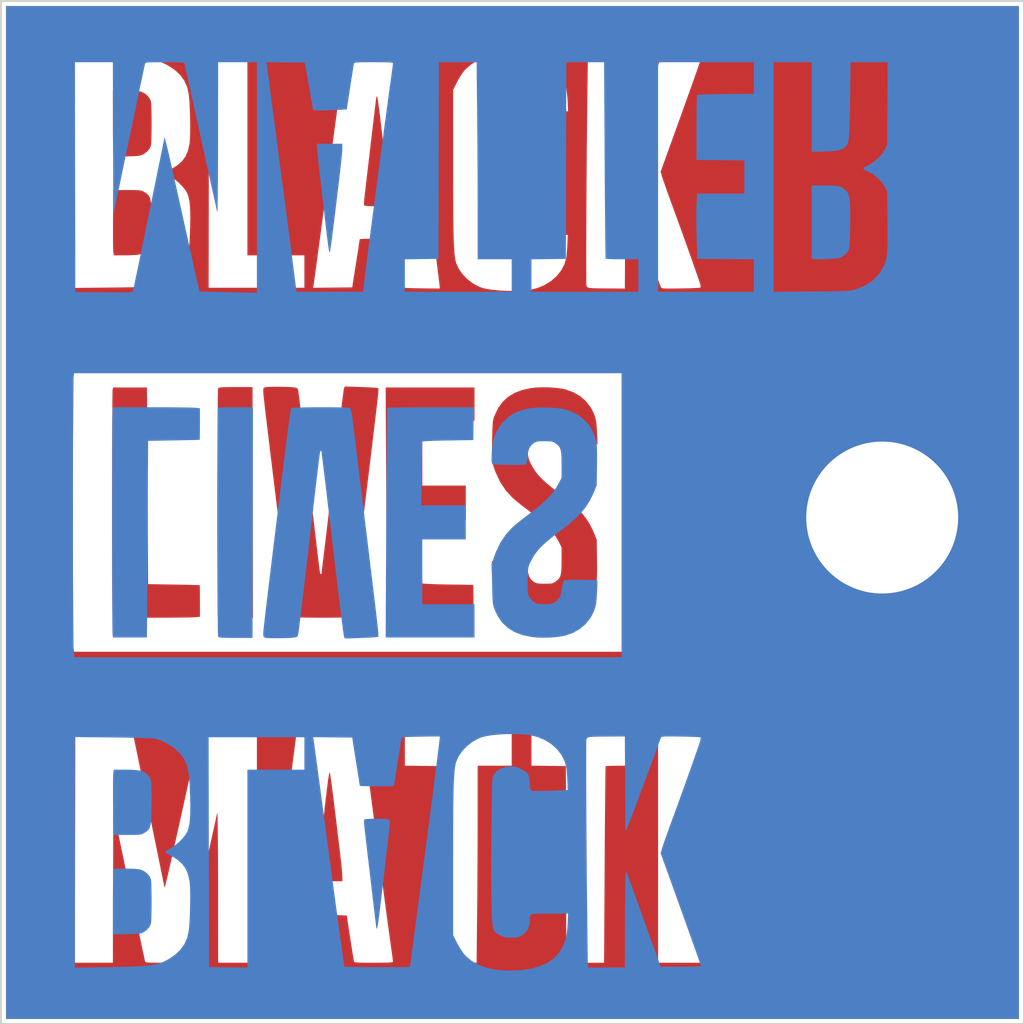
<source format=kicad_pcb>
(kicad_pcb (version 20200922) (generator pcbnew)

  (general
    (thickness 1.6)
  )

  (paper "A4")
  (layers
    (0 "F.Cu" signal)
    (31 "B.Cu" signal)
    (32 "B.Adhes" user "B.Adhesive")
    (33 "F.Adhes" user "F.Adhesive")
    (34 "B.Paste" user)
    (35 "F.Paste" user)
    (36 "B.SilkS" user "B.Silkscreen")
    (37 "F.SilkS" user "F.Silkscreen")
    (38 "B.Mask" user)
    (39 "F.Mask" user)
    (40 "Dwgs.User" user "User.Drawings")
    (41 "Cmts.User" user "User.Comments")
    (42 "Eco1.User" user "User.Eco1")
    (43 "Eco2.User" user "User.Eco2")
    (44 "Edge.Cuts" user)
    (45 "Margin" user)
    (46 "B.CrtYd" user "B.Courtyard")
    (47 "F.CrtYd" user "F.Courtyard")
    (48 "B.Fab" user)
    (49 "F.Fab" user)
  )

  (setup
    (pcbplotparams
      (layerselection 0x00010fc_ffffffff)
      (usegerberextensions false)
      (usegerberattributes true)
      (usegerberadvancedattributes true)
      (creategerberjobfile true)
      (svguseinch false)
      (svgprecision 6)
      (excludeedgelayer true)
      (linewidth 0.100000)
      (plotframeref false)
      (viasonmask false)
      (mode 1)
      (useauxorigin false)
      (hpglpennumber 1)
      (hpglpenspeed 20)
      (hpglpendiameter 15.000000)
      (psnegative false)
      (psa4output false)
      (plotreference true)
      (plotvalue true)
      (plotinvisibletext false)
      (sketchpadsonfab false)
      (subtractmaskfromsilk false)
      (outputformat 1)
      (mirror false)
      (drillshape 0)
      (scaleselection 1)
      (outputdirectory "gerbers/blm-1-inch/")
    )
  )


  (net 0 "")

  (module "art:blm-1-inch-cu" (layer "F.Cu") (tedit 0) (tstamp d2cc7fb9-1c0e-4b40-b3af-6334d149fcc5)
    (at 133.35 107.95)
    (attr through_hole)
    (fp_text reference "G***" (at 0 0) (layer "F.SilkS") hide
      (effects (font (size 1.524 1.524) (thickness 0.3)))
      (tstamp a4a4988a-a800-4b5e-972d-7ddcec7e8220)
    )
    (fp_text value "LOGO" (at 0.75 0) (layer "F.SilkS") hide
      (effects (font (size 1.524 1.524) (thickness 0.3)))
      (tstamp 725fc935-062b-4ed5-b3a2-7aaf5608aedf)
    )
    (fp_poly (pts (xy -4.57543 6.544274)
      (xy -4.5659 6.599532)
      (xy -4.552601 6.6896)
      (xy -4.535466 6.814999)
      (xy -4.51443 6.97625)
      (xy -4.489426 7.173872)
      (xy -4.460389 7.408388)
      (xy -4.427252 7.680317)
      (xy -4.38995 7.990181)
      (xy -4.348417 8.338498)
      (xy -4.307008 8.688321)
      (xy -4.293404 8.809835)
      (xy -4.281738 8.925942)
      (xy -4.272839 9.027426)
      (xy -4.267536 9.105073)
      (xy -4.266407 9.139766)
      (xy -4.266407 9.247187)
      (xy -4.906912 9.247187)
      (xy -4.895782 9.073554)
      (xy -4.89163 9.025338)
      (xy -4.883272 8.942198)
      (xy -4.87122 8.828614)
      (xy -4.85599 8.689068)
      (xy -4.838097 8.528041)
      (xy -4.818056 8.350014)
      (xy -4.796382 8.159467)
      (xy -4.77359 7.960883)
      (xy -4.750194 7.758741)
      (xy -4.72671 7.557524)
      (xy -4.703652 7.361712)
      (xy -4.681536 7.175787)
      (xy -4.660876 7.004228)
      (xy -4.642187 6.851518)
      (xy -4.625985 6.722138)
      (xy -4.622013 6.691088)
      (xy -4.610087 6.612852)
      (xy -4.597628 6.555047)
      (xy -4.586432 6.525066)
      (xy -4.581256 6.523307)) (layer "F.Cu") (width 0) (tstamp 1db941a3-15d0-4f92-a627-4b1c4bf05fcb))
    (fp_poly (pts (xy -0.9525 -2.301875)
      (xy -2.262188 -2.301875)
      (xy -2.262188 -0.674688)
      (xy -1.170782 -0.674688)
      (xy -1.170782 0.178593)
      (xy -2.286402 0.178593)
      (xy -2.279206 0.97074)
      (xy -2.277232 1.144462)
      (xy -2.274637 1.305832)
      (xy -2.271547 1.450526)
      (xy -2.268088 1.574224)
      (xy -2.264387 1.672601)
      (xy -2.260571 1.741337)
      (xy -2.256766 1.776109)
      (xy -2.255556 1.779372)
      (xy -2.232363 1.78371)
      (xy -2.174372 1.788246)
      (xy -2.086469 1.792778)
      (xy -1.97354 1.797108)
      (xy -1.840474 1.801034)
      (xy -1.692155 1.804358)
      (xy -1.610684 1.805781)
      (xy -0.982266 1.815703)
      (xy -0.976903 2.22746)
      (xy -0.971539 2.639218)
      (xy -2.052255 2.639218)
      (xy -2.255552 2.638953)
      (xy -2.446706 2.638189)
      (xy -2.622076 2.636978)
      (xy -2.778023 2.635368)
      (xy -2.910905 2.633409)
      (xy -3.017083 2.631152)
      (xy -3.092917 2.628645)
      (xy -3.134766 2.625939)
      (xy -3.142013 2.624335)
      (xy -3.143166 2.603105)
      (xy -3.144475 2.54441)
      (xy -3.145924 2.450476)
      (xy -3.147493 2.323524)
      (xy -3.149165 2.165779)
      (xy -3.150921 1.979464)
      (xy -3.152742 1.766803)
      (xy -3.154611 1.530018)
      (xy -3.156509 1.271334)
      (xy -3.158418 0.992973)
      (xy -3.16032 0.697159)
      (xy -3.162196 0.386116)
      (xy -3.164029 0.062067)
      (xy -3.165748 -0.26293)
      (xy -3.180442 -3.135313)
      (xy -0.9525 -3.135313)) (layer "F.Cu") (width 0) (tstamp 417e70ad-adb7-4729-ab9e-f0c10d600d7d))
    (fp_poly (pts (xy -3.395222 -10.426107)
      (xy -3.388201 -10.400995)
      (xy -3.379845 -10.358522)
      (xy -3.369846 -10.296588)
      (xy -3.357895 -10.213091)
      (xy -3.343685 -10.105933)
      (xy -3.326908 -9.973013)
      (xy -3.307255 -9.812231)
      (xy -3.284418 -9.621488)
      (xy -3.258089 -9.398682)
      (xy -3.227961 -9.141715)
      (xy -3.193724 -8.848487)
      (xy -3.174756 -8.685791)
      (xy -3.153756 -8.504119)
      (xy -3.134276 -8.332681)
      (xy -3.116797 -8.175925)
      (xy -3.101799 -8.038298)
      (xy -3.089763 -7.924247)
      (xy -3.081171 -7.838219)
      (xy -3.076503 -7.784661)
      (xy -3.075782 -7.770498)
      (xy -3.080719 -7.723709)
      (xy -3.103317 -7.701353)
      (xy -3.137793 -7.691934)
      (xy -3.189441 -7.685652)
      (xy -3.264331 -7.681587)
      (xy -3.353823 -7.679626)
      (xy -3.449279 -7.679655)
      (xy -3.542056 -7.681562)
      (xy -3.623517 -7.685232)
      (xy -3.685019 -7.690552)
      (xy -3.717924 -7.697409)
      (xy -3.720839 -7.699594)
      (xy -3.724118 -7.727055)
      (xy -3.722564 -7.783925)
      (xy -3.716605 -7.860274)
      (xy -3.712068 -7.902993)
      (xy -3.691044 -8.084599)
      (xy -3.668291 -8.280291)
      (xy -3.644262 -8.486244)
      (xy -3.61941 -8.698628)
      (xy -3.594187 -8.913619)
      (xy -3.569045 -9.127389)
      (xy -3.544436 -9.336111)
      (xy -3.520813 -9.535958)
      (xy -3.498628 -9.723104)
      (xy -3.478334 -9.893722)
      (xy -3.460382 -10.043985)
      (xy -3.445226 -10.170066)
      (xy -3.433317 -10.268138)
      (xy -3.425108 -10.334374)
      (xy -3.421084 -10.364736)
      (xy -3.416117 -10.394934)
      (xy -3.411356 -10.41827)
      (xy -3.406491 -10.432644)
      (xy -3.401216 -10.435956)) (layer "F.Cu") (width 0) (tstamp 43649590-bf98-4504-9e3f-afe81ea52168))
    (fp_poly (pts (xy -9.537628 -8.086044)
      (xy -9.44421 -8.084693)
      (xy -9.37683 -8.081528)
      (xy -9.328662 -8.075804)
      (xy -9.292881 -8.066773)
      (xy -9.262664 -8.053689)
      (xy -9.237755 -8.039711)
      (xy -9.18715 -8.007765)
      (xy -9.146636 -7.975035)
      (xy -9.11508 -7.936856)
      (xy -9.091352 -7.888562)
      (xy -9.074318 -7.825487)
      (xy -9.062848 -7.742965)
      (xy -9.05581 -7.636331)
      (xy -9.052071 -7.500919)
      (xy -9.0505 -7.332064)
      (xy -9.05026 -7.266788)
      (xy -9.05002 -7.099345)
      (xy -9.050939 -6.966409)
      (xy -9.053855 -6.862805)
      (xy -9.059607 -6.783354)
      (xy -9.069034 -6.722879)
      (xy -9.082975 -6.676203)
      (xy -9.102268 -6.638146)
      (xy -9.127754 -6.603533)
      (xy -9.16027 -6.567185)
      (xy -9.164316 -6.562854)
      (xy -9.213316 -6.521817)
      (xy -9.276705 -6.49117)
      (xy -9.359923 -6.46977)
      (xy -9.468412 -6.456477)
      (xy -9.607613 -6.450148)
      (xy -9.70598 -6.449219)
      (xy -9.998819 -6.449219)
      (xy -10.010829 -6.533555)
      (xy -10.013427 -6.572499)
      (xy -10.015515 -6.646066)
      (xy -10.017056 -6.749195)
      (xy -10.01801 -6.876825)
      (xy -10.01834 -7.023894)
      (xy -10.018007 -7.185341)
      (xy -10.017006 -7.35211)
      (xy -10.011172 -8.086329)
      (xy -9.663907 -8.086329)) (layer "F.Cu") (width 0) (tstamp 46a813e9-9403-4306-9623-5a1575b24f47))
    (fp_poly (pts (xy 0.922849 -3.138134)
      (xy 1.093719 -3.125244)
      (xy 1.248093 -3.103447)
      (xy 1.331177 -3.085415)
      (xy 1.522371 -3.017722)
      (xy 1.692572 -2.920061)
      (xy 1.837813 -2.795449)
      (xy 1.954127 -2.646906)
      (xy 1.990418 -2.583855)
      (xy 2.03327 -2.496823)
      (xy 2.064908 -2.417315)
      (xy 2.087428 -2.335813)
      (xy 2.102922 -2.242798)
      (xy 2.113487 -2.128752)
      (xy 2.120929 -1.990801)
      (xy 2.133203 -1.709493)
      (xy 2.076152 -1.698106)
      (xy 2.038041 -1.694386)
      (xy 1.967969 -1.691176)
      (xy 1.87366 -1.688689)
      (xy 1.76284 -1.687139)
      (xy 1.665811 -1.686719)
      (xy 1.53207 -1.687378)
      (xy 1.432885 -1.689605)
      (xy 1.363142 -1.693778)
      (xy 1.317729 -1.700275)
      (xy 1.291533 -1.709473)
      (xy 1.284351 -1.714891)
      (xy 1.267831 -1.749573)
      (xy 1.253376 -1.812854)
      (xy 1.244103 -1.887105)
      (xy 1.221275 -2.027026)
      (xy 1.177899 -2.135398)
      (xy 1.112193 -2.215639)
      (xy 1.051231 -2.257292)
      (xy 1.003241 -2.2803)
      (xy 0.957502 -2.293796)
      (xy 0.901824 -2.299628)
      (xy 0.824022 -2.299645)
      (xy 0.780664 -2.298321)
      (xy 0.692355 -2.294236)
      (xy 0.632595 -2.287502)
      (xy 0.590248 -2.275229)
      (xy 0.554178 -2.254527)
      (xy 0.524785 -2.231925)
      (xy 0.47305 -2.187146)
      (xy 0.43482 -2.144)
      (xy 0.408227 -2.095664)
      (xy 0.391404 -2.035315)
      (xy 0.382486 -1.956131)
      (xy 0.379603 -1.851289)
      (xy 0.38089 -1.713966)
      (xy 0.381023 -1.706563)
      (xy 0.383471 -1.584916)
      (xy 0.386547 -1.494913)
      (xy 0.391461 -1.428515)
      (xy 0.399425 -1.377681)
      (xy 0.41165 -1.334373)
      (xy 0.429347 -1.290551)
      (xy 0.450584 -1.244807)
      (xy 0.506019 -1.138316)
      (xy 0.569491 -1.038883)
      (xy 0.645111 -0.942245)
      (xy 0.736991 -0.844139)
      (xy 0.849243 -0.740301)
      (xy 0.985978 -0.626469)
      (xy 1.151307 -0.498379)
      (xy 1.22039 -0.446637)
      (xy 1.419695 -0.29156)
      (xy 1.586478 -0.14562)
      (xy 1.725208 -0.003571)
      (xy 1.840354 0.139828)
      (xy 1.936385 0.289821)
      (xy 2.01777 0.451652)
      (xy 2.049244 0.525859)
      (xy 2.113359 0.684609)
      (xy 2.119279 1.186399)
      (xy 2.120753 1.352874)
      (xy 2.120651 1.485276)
      (xy 2.118749 1.589198)
      (xy 2.114821 1.670232)
      (xy 2.108643 1.733971)
      (xy 2.09999 1.786007)
      (xy 2.094141 1.811477)
      (xy 2.025988 2.009209)
      (xy 1.927754 2.181085)
      (xy 1.799622 2.326928)
      (xy 1.641773 2.446559)
      (xy 1.454389 2.539799)
      (xy 1.299765 2.590904)
      (xy 1.215193 2.60714)
      (xy 1.101411 2.619573)
      (xy 0.968739 2.627965)
      (xy 0.827495 2.632077)
      (xy 0.687997 2.63167)
      (xy 0.560564 2.626507)
      (xy 0.455513 2.616347)
      (xy 0.423866 2.611175)
      (xy 0.258747 2.573838)
      (xy 0.122596 2.528174)
      (xy 0.004826 2.469131)
      (xy -0.105148 2.39166)
      (xy -0.188022 2.319227)
      (xy -0.315532 2.174126)
      (xy -0.413024 2.00795)
      (xy -0.476735 1.827944)
      (xy -0.495916 1.726406)
      (xy -0.506839 1.627148)
      (xy -0.5148 1.523114)
      (xy -0.519583 1.422526)
      (xy -0.520971 1.333606)
      (xy -0.518747 1.264578)
      (xy -0.512694 1.223665)
      (xy -0.509333 1.217187)
      (xy -0.484067 1.210834)
      (xy -0.426478 1.205272)
      (xy -0.343872 1.200599)
      (xy -0.24355 1.196913)
      (xy -0.132817 1.19431)
      (xy -0.018975 1.192886)
      (xy 0.090671 1.19274)
      (xy 0.188819 1.193968)
      (xy 0.268165 1.196667)
      (xy 0.321405 1.200935)
      (xy 0.340709 1.205896)
      (xy 0.351351 1.233563)
      (xy 0.362677 1.290199)
      (xy 0.372705 1.365178)
      (xy 0.375336 1.39152)
      (xy 0.391917 1.513029)
      (xy 0.418608 1.603755)
      (xy 0.459196 1.672093)
      (xy 0.517471 1.72644)
      (xy 0.530681 1.735759)
      (xy 0.568448 1.758957)
      (xy 0.606035 1.773689)
      (xy 0.653754 1.781839)
      (xy 0.721913 1.78529)
      (xy 0.8053 1.785937)
      (xy 0.898035 1.785228)
      (xy 0.961442 1.78169)
      (xy 1.005876 1.773204)
      (xy 1.04169 1.757653)
      (xy 1.079239 1.732919)
      (xy 1.085073 1.728712)
      (xy 1.134131 1.689677)
      (xy 1.170828 1.649206)
      (xy 1.196918 1.600934)
      (xy 1.214156 1.538497)
      (xy 1.224298 1.45553)
      (xy 1.229098 1.345668)
      (xy 1.230312 1.202546)
      (xy 1.230312 0.872134)
      (xy 1.162466 0.738684)
      (xy 1.096056 0.620862)
      (xy 1.018366 0.509136)
      (xy 0.925056 0.398999)
      (xy 0.811788 0.285944)
      (xy 0.674224 0.165464)
      (xy 0.508027 0.03305)
      (xy 0.416718 -0.036137)
      (xy 0.311075 -0.116378)
      (xy 0.207665 -0.197142)
      (xy 0.114194 -0.27225)
      (xy 0.038367 -0.335523)
      (xy -0.007288 -0.376166)
      (xy -0.17275 -0.55838)
      (xy -0.310566 -0.766787)
      (xy -0.421937 -1.003357)
      (xy -0.467498 -1.131018)
      (xy -0.520935 -1.296089)
      (xy -0.511232 -1.794021)
      (xy -0.50801 -1.949196)
      (xy -0.504757 -2.070596)
      (xy -0.50092 -2.164132)
      (xy -0.495944 -2.235713)
      (xy -0.489276 -2.29125)
      (xy -0.480364 -2.336652)
      (xy -0.468652 -2.377829)
      (xy -0.453589 -2.42069)
      (xy -0.452179 -2.424484)
      (xy -0.365312 -2.610805)
      (xy -0.253808 -2.767884)
      (xy -0.11655 -2.896482)
      (xy 0.047576 -2.997361)
      (xy 0.239685 -3.071283)
      (xy 0.460893 -3.119007)
      (xy 0.586664 -3.133626)
      (xy 0.749244 -3.141225)) (layer "F.Cu") (width 0) (tstamp 4b1a0cb7-b19a-4628-806b-b3ff720b6ec7))
    (fp_poly (pts (xy -3.794501 -3.146861)
      (xy -3.670437 -3.141926)
      (xy -3.559896 -3.136251)
      (xy -3.469006 -3.130253)
      (xy -3.403895 -3.124354)
      (xy -3.370689 -3.118972)
      (xy -3.368 -3.117673)
      (xy -3.36516 -3.114353)
      (xy -3.362887 -3.109044)
      (xy -3.36141 -3.099748)
      (xy -3.360953 -3.084467)
      (xy -3.361742 -3.061202)
      (xy -3.364004 -3.027955)
      (xy -3.367965 -2.982729)
      (xy -3.373851 -2.923526)
      (xy -3.381887 -2.848347)
      (xy -3.3923 -2.755194)
      (xy -3.405315 -2.642069)
      (xy -3.42116 -2.506974)
      (xy -3.440059 -2.347912)
      (xy -3.462238 -2.162884)
      (xy -3.487925 -1.949891)
      (xy -3.517344 -1.706937)
      (xy -3.550721 -1.432022)
      (xy -3.588284 -1.12315)
      (xy -3.630257 -0.778321)
      (xy -3.663414 -0.506016)
      (xy -3.700181 -0.204082)
      (xy -3.736472 0.093948)
      (xy -3.771895 0.38485)
      (xy -3.806057 0.665396)
      (xy -3.838565 0.932362)
      (xy -3.869027 1.18252)
      (xy -3.897049 1.412644)
      (xy -3.922238 1.619509)
      (xy -3.944203 1.799889)
      (xy -3.96255 1.950558)
      (xy -3.976885 2.068289)
      (xy -3.986818 2.149857)
      (xy -3.986834 2.149993)
      (xy -4.007647 2.313902)
      (xy -4.025708 2.440485)
      (xy -4.04141 2.531981)
      (xy -4.055149 2.590626)
      (xy -4.067318 2.618658)
      (xy -4.069885 2.620979)
      (xy -4.096807 2.62586)
      (xy -4.157318 2.629965)
      (xy -4.246021 2.633303)
      (xy -4.357517 2.63588)
      (xy -4.486407 2.637706)
      (xy -4.627295 2.638789)
      (xy -4.774781 2.639136)
      (xy -4.923467 2.638756)
      (xy -5.067956 2.637657)
      (xy -5.202848 2.635847)
      (xy -5.322746 2.633335)
      (xy -5.422252 2.630128)
      (xy -5.495967 2.626236)
      (xy -5.538493 2.621665)
      (xy -5.54672 2.618742)
      (xy -5.551317 2.607832)
      (xy -5.556712 2.587614)
      (xy -5.563175 2.556044)
      (xy -5.570976 2.511078)
      (xy -5.580384 2.450673)
      (xy -5.591668 2.372783)
      (xy -5.605099 2.275366)
      (xy -5.620945 2.156378)
      (xy -5.639477 2.013774)
      (xy -5.660963 1.845511)
      (xy -5.685674 1.649545)
      (xy -5.713878 1.423832)
      (xy -5.745846 1.166328)
      (xy -5.781847 0.874988)
      (xy -5.82215 0.54777)
      (xy -5.854116 0.287734)
      (xy -5.906354 -0.137629)
      (xy -5.953928 -0.525354)
      (xy -5.997046 -0.877192)
      (xy -6.035916 -1.194892)
      (xy -6.070746 -1.480205)
      (xy -6.101745 -1.73488)
      (xy -6.129119 -1.960667)
      (xy -6.153078 -2.159316)
      (xy -6.173829 -2.332578)
      (xy -6.191581 -2.482202)
      (xy -6.20654 -2.609938)
      (xy -6.218917 -2.717536)
      (xy -6.228918 -2.806746)
      (xy -6.236751 -2.879317)
      (xy -6.242626 -2.937001)
      (xy -6.246748 -2.981546)
      (xy -6.249328 -3.014703)
      (xy -6.250572 -3.038221)
      (xy -6.250765 -3.048497)
      (xy -6.248025 -3.101291)
      (xy -6.234048 -3.127551)
      (xy -6.20024 -3.140346)
      (xy -6.18877 -3.142754)
      (xy -6.140323 -3.147897)
      (xy -6.061659 -3.151285)
      (xy -5.962208 -3.152975)
      (xy -5.8514 -3.153023)
      (xy -5.738665 -3.151487)
      (xy -5.633432 -3.148423)
      (xy -5.545132 -3.143887)
      (xy -5.48749 -3.138536)
      (xy -5.428264 -3.128546)
      (xy -5.396613 -3.113354)
      (xy -5.380574 -3.084306)
      (xy -5.373312 -3.055938)
      (xy -5.368631 -3.025798)
      (xy -5.35977 -2.959315)
      (xy -5.347102 -2.859572)
      (xy -5.330999 -2.729653)
      (xy -5.311835 -2.57264)
      (xy -5.289983 -2.391616)
      (xy -5.265816 -2.189663)
      (xy -5.239707 -1.969866)
      (xy -5.212029 -1.735306)
      (xy -5.183156 -1.489066)
      (xy -5.169167 -1.369219)
      (xy -5.123204 -0.974854)
      (xy -5.081611 -0.61802)
      (xy -5.044156 -0.296831)
      (xy -5.010608 -0.009396)
      (xy -4.980738 0.246171)
      (xy -4.954314 0.471759)
      (xy -4.931105 0.669256)
      (xy -4.910882 0.84055)
      (xy -4.893412 0.98753)
      (xy -4.878466 1.112084)
      (xy -4.865813 1.216099)
      (xy -4.855222 1.301465)
      (xy -4.846462 1.370069)
      (xy -4.839303 1.423799)
      (xy -4.833514 1.464544)
      (xy -4.828864 1.494191)
      (xy -4.825123 1.51463)
      (xy -4.822059 1.527748)
      (xy -4.819443 1.535433)
      (xy -4.817043 1.539574)
      (xy -4.814629 1.542059)
      (xy -4.813308 1.543307)
      (xy -4.794599 1.546678)
      (xy -4.794039 1.546158)
      (xy -4.790715 1.525769)
      (xy -4.783087 1.468418)
      (xy -4.77145 1.37656)
      (xy -4.756101 1.252654)
      (xy -4.737335 1.099157)
      (xy -4.71545 0.918526)
      (xy -4.690741 0.713217)
      (xy -4.663504 0.485689)
      (xy -4.634035 0.238398)
      (xy -4.602631 -0.026198)
      (xy -4.569587 -0.305643)
      (xy -4.535201 -0.59748)
      (xy -4.516432 -0.757191)
      (xy -4.481267 -1.055683)
      (xy -4.44709 -1.343783)
      (xy -4.414213 -1.618967)
      (xy -4.382948 -1.878712)
      (xy -4.353607 -2.120495)
      (xy -4.326502 -2.341792)
      (xy -4.301943 -2.540079)
      (xy -4.280242 -2.712834)
      (xy -4.261712 -2.857532)
      (xy -4.246664 -2.97165)
      (xy -4.235408 -3.052665)
      (xy -4.228258 -3.098053)
      (xy -4.226308 -3.10663)
      (xy -4.205641 -3.160986)) (layer "F.Cu") (width 0) (tstamp 510ba7e8-954d-4789-9f7c-cebf039b5d6c))
    (fp_poly (pts (xy -6.513645 -0.253008)
      (xy -6.508618 2.639218)
      (xy -6.943124 2.639218)
      (xy -7.087149 2.638908)
      (xy -7.196346 2.637748)
      (xy -7.275571 2.635399)
      (xy -7.329681 2.631517)
      (xy -7.363532 2.625763)
      (xy -7.38198 2.617795)
      (xy -7.389674 2.60783)
      (xy -7.391694 2.582995)
      (xy -7.39352 2.521343)
      (xy -7.395157 2.425594)
      (xy -7.396607 2.298472)
      (xy -7.397874 2.142696)
      (xy -7.398962 1.960991)
      (xy -7.399874 1.756076)
      (xy -7.400614 1.530674)
      (xy -7.401184 1.287508)
      (xy -7.40159 1.029298)
      (xy -7.401834 0.758766)
      (xy -7.401919 0.478635)
      (xy -7.401849 0.191626)
      (xy -7.401629 -0.099539)
      (xy -7.40126 -0.392138)
      (xy -7.400747 -0.683449)
      (xy -7.400093 -0.97075)
      (xy -7.399302 -1.251321)
      (xy -7.398377 -1.522437)
      (xy -7.397322 -1.781379)
      (xy -7.39614 -2.025424)
      (xy -7.394835 -2.25185)
      (xy -7.393409 -2.457936)
      (xy -7.391868 -2.640959)
      (xy -7.390214 -2.798198)
      (xy -7.38845 -2.926931)
      (xy -7.386581 -3.024436)
      (xy -7.384609 -3.087991)
      (xy -7.382539 -3.114874)
      (xy -7.382309 -3.115469)
      (xy -7.370342 -3.125561)
      (xy -7.345656 -3.133155)
      (xy -7.303379 -3.138581)
      (xy -7.238639 -3.142166)
      (xy -7.146563 -3.144239)
      (xy -7.022278 -3.14513)
      (xy -6.94109 -3.145235)
      (xy -6.518672 -3.145235)) (layer "F.Cu") (width 0) (tstamp af25ba3c-f842-4c82-a153-421e3398cf7e))
    (fp_poly (pts (xy 7.779543 6.350168)
      (xy 7.886674 6.354373)
      (xy 7.99463 6.361043)
      (xy 8.094368 6.369672)
      (xy 8.176844 6.379754)
      (xy 8.233016 6.390782)
      (xy 8.24798 6.396263)
      (xy 8.318942 6.446858)
      (xy 8.387179 6.517549)
      (xy 8.433196 6.585648)
      (xy 8.441301 6.620822)
      (xy 8.448655 6.689441)
      (xy 8.455139 6.785265)
      (xy 8.460633 6.902056)
      (xy 8.465017 7.033576)
      (xy 8.468172 7.173586)
      (xy 8.469978 7.315849)
      (xy 8.470315 7.454125)
      (xy 8.469063 7.582176)
      (xy 8.466104 7.693765)
      (xy 8.461316 7.782651)
      (xy 8.457009 7.826534)
      (xy 8.438411 7.9324)
      (xy 8.410494 8.010054)
      (xy 8.366927 8.070859)
      (xy 8.301381 8.126178)
      (xy 8.282895 8.139072)
      (xy 8.244587 8.162775)
      (xy 8.206306 8.178605)
      (xy 8.158263 8.18854)
      (xy 8.090669 8.194558)
      (xy 7.993737 8.198637)
      (xy 7.987109 8.198853)
      (xy 7.880283 8.201278)
      (xy 7.77157 8.202046)
      (xy 7.677049 8.201115)
      (xy 7.634882 8.199772)
      (xy 7.500937 8.193655)
      (xy 7.500937 6.370599)
      (xy 7.553523 6.357401)
      (xy 7.603925 6.351176)
      (xy 7.682279 6.348933)) (layer "F.Cu") (width 0) (tstamp bd7f89be-b646-4bce-9e87-3d86a3fc51dd))
    (fp_poly (pts (xy 12.7 12.7)
      (xy -12.7 12.7)
      (xy -12.7 11.291803)
      (xy -6.173338 11.291803)
      (xy -5.691162 11.286487)
      (xy -5.208985 11.281171)
      (xy -5.105792 10.695781)
      (xy -5.079822 10.548159)
      (xy -5.056183 10.413215)
      (xy -5.035734 10.295892)
      (xy -5.019331 10.201132)
      (xy -5.007833 10.133879)
      (xy -5.002098 10.099076)
      (xy -5.001612 10.095507)
      (xy -4.981326 10.087256)
      (xy -4.922369 10.082546)
      (xy -4.825598 10.081381)
      (xy -4.691873 10.083763)
      (xy -4.522051 10.089696)
      (xy -4.434608 10.093501)
      (xy -4.156325 10.106233)
      (xy -4.070665 10.663937)
      (xy -4.048174 10.809446)
      (xy -4.027224 10.943247)
      (xy -4.008673 11.059997)
      (xy -3.993379 11.154352)
      (xy -3.9822 11.220968)
      (xy -3.975994 11.254502)
      (xy -3.97554 11.256367)
      (xy -3.969856 11.267227)
      (xy -3.956355 11.275567)
      (xy -3.93036 11.281717)
      (xy -3.887198 11.286003)
      (xy -3.822195 11.288755)
      (xy -3.730674 11.290301)
      (xy -3.607963 11.29097)
      (xy -3.481241 11.291093)
      (xy -3.323306 11.290654)
      (xy -3.201304 11.289208)
      (xy -3.111487 11.286559)
      (xy -3.050108 11.282516)
      (xy -3.013421 11.276883)
      (xy -2.997679 11.269466)
      (xy -2.996407 11.265992)
      (xy -2.999078 11.240143)
      (xy -3.006592 11.180597)
      (xy -3.0182 11.092949)
      (xy -3.033152 10.982795)
      (xy -3.050699 10.855728)
      (xy -3.06618 10.745094)
      (xy -3.083485 10.620777)
      (xy -3.105031 10.463814)
      (xy -3.129912 10.280912)
      (xy -3.157226 10.078775)
      (xy -3.186067 9.864112)
      (xy -3.215531 9.643627)
      (xy -3.244715 9.424028)
      (xy -3.265468 9.267031)
      (xy -3.296554 9.031357)
      (xy -3.330747 8.772294)
      (xy -3.366741 8.499732)
      (xy -3.403227 8.223559)
      (xy -3.438901 7.953663)
      (xy -3.472456 7.699935)
      (xy -3.502584 7.472262)
      (xy -3.511924 7.401718)
      (xy -3.53864 7.199035)
      (xy -3.56573 6.991764)
      (xy -3.592307 6.786817)
      (xy -3.617483 6.591105)
      (xy -3.64037 6.411539)
      (xy -3.660081 6.25503)
      (xy -3.675728 6.128489)
      (xy -3.680144 6.092031)
      (xy -3.695873 5.962172)
      (xy -3.710646 5.842082)
      (xy -3.7236 5.738629)
      (xy -3.733871 5.658685)
      (xy -3.740598 5.609118)
      (xy -3.741844 5.600898)
      (xy -3.752268 5.536406)
      (xy -2.69875 5.536406)
      (xy -2.69875 6.34921)
      (xy -2.277071 6.354566)
      (xy -1.855391 6.359921)
      (xy -1.850353 8.825507)
      (xy -1.845314 11.291093)
      (xy -0.899484 11.291093)
      (xy -0.886321 9.996289)
      (xy -0.883795 9.725933)
      (xy -0.881427 9.430279)
      (xy -0.879265 9.118126)
      (xy -0.877356 8.798272)
      (xy -0.875745 8.479515)
      (xy -0.874482 8.170654)
      (xy -0.873611 7.880487)
      (xy -0.873181 7.617814)
      (xy -0.873142 7.525742)
      (xy -0.873125 6.35)
      (xy -0.019844 6.35)
      (xy -0.019844 5.536406)
      (xy 0.47625 5.536406)
      (xy 0.47625 6.349226)
      (xy 0.907851 6.354573)
      (xy 1.339453 6.359921)
      (xy 1.344491 8.825507)
      (xy 1.34953 11.291093)
      (xy 2.296562 11.291093)
      (xy 2.311238 8.835429)
      (xy 2.313156 8.526434)
      (xy 2.315143 8.228436)
      (xy 2.317176 7.943844)
      (xy 2.319234 7.675065)
      (xy 2.321291 7.424506)
      (xy 2.323327 7.194574)
      (xy 2.325316 6.987678)
      (xy 2.327237 6.806225)
      (xy 2.329067 6.652622)
      (xy 2.330781 6.529277)
      (xy 2.332357 6.438597)
      (xy 2.333773 6.382989)
      (xy 2.334909 6.364882)
      (xy 2.356576 6.360395)
      (xy 2.411878 6.35645)
      (xy 2.494765 6.353265)
      (xy 2.599186 6.351056)
      (xy 2.719089 6.350041)
      (xy 2.74953 6.35)
      (xy 3.155156 6.35)
      (xy 3.155156 5.536406)
      (xy 3.65125 5.536406)
      (xy 3.65125 11.291093)
      (xy 6.052343 11.291093)
      (xy 6.548437 11.291093)
      (xy 7.500937 11.291093)
      (xy 7.500937 9.044671)
      (xy 7.823398 9.052326)
      (xy 7.97474 9.057953)
      (xy 8.092878 9.067854)
      (xy 8.184212 9.083667)
      (xy 8.255137 9.10703)
      (xy 8.312051 9.139585)
      (xy 8.361351 9.182968)
      (xy 8.370263 9.192437)
      (xy 8.387849 9.215204)
      (xy 8.402874 9.244412)
      (xy 8.415599 9.283309)
      (xy 8.426284 9.335144)
      (xy 8.435191 9.403167)
      (xy 8.442582 9.490625)
      (xy 8.448716 9.600768)
      (xy 8.453856 9.736843)
      (xy 8.458263 9.902102)
      (xy 8.462198 10.09979)
      (xy 8.465921 10.333159)
      (xy 8.466788 10.393164)
      (xy 8.479576 11.291093)
      (xy 9.407599 11.291093)
      (xy 9.396015 9.217421)
      (xy 9.340567 9.104509)
      (xy 9.278086 9.00636)
      (xy 9.189815 8.905933)
      (xy 9.086114 8.812425)
      (xy 8.977343 8.73503)
      (xy 8.873862 8.682944)
      (xy 8.860234 8.678145)
      (xy 8.818818 8.657118)
      (xy 8.800732 8.633372)
      (xy 8.800703 8.63254)
      (xy 8.804321 8.615195)
      (xy 8.819871 8.598576)
      (xy 8.854392 8.578061)
      (xy 8.914924 8.549029)
      (xy 8.956989 8.529945)
      (xy 9.059117 8.469644)
      (xy 9.163038 8.384017)
      (xy 9.256634 8.284766)
      (xy 9.327791 8.183596)
      (xy 9.340688 8.159304)
      (xy 9.396015 8.04664)
      (xy 9.402294 7.304644)
      (xy 9.40381 7.085718)
      (xy 9.404038 6.902084)
      (xy 9.402536 6.749355)
      (xy 9.398864 6.623142)
      (xy 9.39258 6.519059)
      (xy 9.383244 6.432718)
      (xy 9.370416 6.359733)
      (xy 9.353654 6.295716)
      (xy 9.332519 6.236281)
      (xy 9.306568 6.177039)
      (xy 9.284453 6.131639)
      (xy 9.180823 5.968075)
      (xy 9.045949 5.828866)
      (xy 8.880063 5.714191)
      (xy 8.683396 5.624229)
      (xy 8.592202 5.594016)
      (xy 8.556434 5.583735)
      (xy 8.521399 5.575127)
      (xy 8.48323 5.568005)
      (xy 8.438065 5.562184)
      (xy 8.382039 5.557479)
      (xy 8.311288 5.553703)
      (xy 8.221946 5.550672)
      (xy 8.110151 5.548199)
      (xy 7.972037 5.546099)
      (xy 7.80374 5.544186)
      (xy 7.601396 5.542274)
      (xy 7.495976 5.541345)
      (xy 6.548437 5.533093)
      (xy 6.548437 11.291093)
      (xy 6.052343 11.291093)
      (xy 6.052343 10.500065)
      (xy 5.349519 10.493743)
      (xy 5.186104 10.491826)
      (xy 5.035223 10.489197)
      (xy 4.90148 10.486003)
      (xy 4.78948 10.482389)
      (xy 4.703828 10.478502)
      (xy 4.649129 10.474488)
      (xy 4.630183 10.470901)
      (xy 4.626603 10.448084)
      (xy 4.623289 10.38986)
      (xy 4.620329 10.300509)
      (xy 4.617808 10.184313)
      (xy 4.61581 10.045551)
      (xy 4.614424 9.888504)
      (xy 4.613733 9.717452)
      (xy 4.613671 9.647385)
      (xy 4.613671 8.84039)
      (xy 5.213945 8.835138)
      (xy 5.814218 8.829886)
      (xy 5.814218 7.997031)
      (xy 4.627719 7.997031)
      (xy 4.613407 7.710732)
      (xy 4.610084 7.608873)
      (xy 4.608452 7.4769)
      (xy 4.608478 7.324347)
      (xy 4.610127 7.16075)
      (xy 4.613367 6.995644)
      (xy 4.616305 6.892177)
      (xy 4.633515 6.359921)
      (xy 5.342929 6.35471)
      (xy 6.052343 6.349498)
      (xy 6.052343 5.536406)
      (xy 3.65125 5.536406)
      (xy 3.155156 5.536406)
      (xy 0.47625 5.536406)
      (xy -0.019844 5.536406)
      (xy -2.69875 5.536406)
      (xy -3.752268 5.536406)
      (xy -5.414912 5.536406)
      (xy -5.426643 5.620742)
      (xy -5.431367 5.656139)
      (xy -5.440641 5.726944)
      (xy -5.453953 5.829202)
      (xy -5.47079 5.958956)
      (xy -5.490641 6.112252)
      (xy -5.512992 6.285134)
      (xy -5.537331 6.473646)
      (xy -5.563146 6.673833)
      (xy -5.576392 6.77664)
      (xy -5.610258 7.039494)
      (xy -5.639508 7.266314)
      (xy -5.66458 7.460431)
      (xy -5.68591 7.625176)
      (xy -5.703937 7.763878)
      (xy -5.719098 7.87987)
      (xy -5.731829 7.976482)
      (xy -5.742568 8.057044)
      (xy -5.751753 8.124887)
      (xy -5.75982 8.183341)
      (xy -5.767208 8.235739)
      (xy -5.774353 8.285409)
      (xy -5.775701 8.294687)
      (xy -5.782477 8.343463)
      (xy -5.79363 8.426367)
      (xy -5.808468 8.538164)
      (xy -5.826304 8.673618)
      (xy -5.846449 8.827495)
      (xy -5.868213 8.994559)
      (xy -5.890906 9.169576)
      (xy -5.893245 9.187656)
      (xy -5.916106 9.364221)
      (xy -5.938183 9.534259)
      (xy -5.958769 9.692369)
      (xy -5.97716 9.833152)
      (xy -5.99265 9.951208)
      (xy -6.004533 10.041138)
      (xy -6.012104 10.097541)
      (xy -6.012505 10.100468)
      (xy -6.02114 10.164364)
      (xy -6.03379 10.259499)
      (xy -6.049385 10.37775)
      (xy -6.066856 10.510995)
      (xy -6.085132 10.651113)
      (xy -6.092226 10.705703)
      (xy -6.109732 10.839751)
      (xy -6.126157 10.963985)
      (xy -6.140618 11.071847)
      (xy -6.152232 11.156778)
      (xy -6.160115 11.212222)
      (xy -6.162403 11.226956)
      (xy -6.173338 11.291803)
      (xy -12.7 11.291803)
      (xy -12.7 11.291093)
      (xy -10.973727 11.291093)
      (xy -10.021292 11.291093)
      (xy -10.016232 9.373657)
      (xy -10.011172 7.456222)
      (xy -9.617703 9.338931)
      (xy -9.56173 9.606639)
      (xy -9.507936 9.863692)
      (xy -9.456892 10.10738)
      (xy -9.409166 10.334999)
      (xy -9.365327 10.543839)
      (xy -9.325944 10.731196)
      (xy -9.291588 10.894361)
      (xy -9.262827 11.030627)
      (xy -9.24023 11.137288)
      (xy -9.224366 11.211637)
      (xy -9.215805 11.250966)
      (xy -9.21453 11.256367)
      (xy -9.208758 11.267241)
      (xy -9.195165 11.275588)
      (xy -9.169066 11.281739)
      (xy -9.125779 11.286024)
      (xy -9.06062 11.288771)
      (xy -8.968905 11.290311)
      (xy -8.845951 11.290973)
      (xy -8.721329 11.291093)
      (xy -8.569847 11.290896)
      (xy -8.45336 11.290083)
      (xy -8.367177 11.288325)
      (xy -8.306606 11.285293)
      (xy -8.266957 11.280656)
      (xy -8.243538 11.274085)
      (xy -8.231657 11.265249)
      (xy -8.227319 11.256367)
      (xy -8.221625 11.232336)
      (xy -8.208038 11.172288)
      (xy -8.187168 11.078974)
      (xy -8.159623 10.955143)
      (xy -8.126011 10.803547)
      (xy -8.086939 10.626933)
      (xy -8.043017 10.428054)
      (xy -7.994853 10.209658)
      (xy -7.943055 9.974496)
      (xy -7.88823 9.725318)
      (xy -7.830988 9.464874)
      (xy -7.818043 9.405937)
      (xy -7.760193 9.142712)
      (xy -7.704507 8.889684)
      (xy -7.651603 8.649654)
      (xy -7.602104 8.425421)
      (xy -7.556629 8.219786)
      (xy -7.515799 8.035547)
      (xy -7.480235 7.875504)
      (xy -7.450558 7.742458)
      (xy -7.427388 7.639209)
      (xy -7.411346 7.568555)
      (xy -7.403052 7.533298)
      (xy -7.402367 7.530703)
      (xy -7.399825 7.541067)
      (xy -7.397382 7.588831)
      (xy -7.395063 7.67171)
      (xy -7.392891 7.787417)
      (xy -7.390888 7.933665)
      (xy -7.389078 8.108168)
      (xy -7.387483 8.308639)
      (xy -7.386128 8.532791)
      (xy -7.385034 8.778339)
      (xy -7.384225 9.042995)
      (xy -7.383725 9.324472)
      (xy -7.383665 9.381132)
      (xy -7.381875 11.291093)
      (xy -6.409532 11.291093)
      (xy -6.409532 5.510435)
      (xy -7.128453 5.52466)
      (xy -7.293035 5.528014)
      (xy -7.444495 5.531289)
      (xy -7.578398 5.534374)
      (xy -7.690314 5.537159)
      (xy -7.775809 5.539534)
      (xy -7.830451 5.541389)
      (xy -7.849803 5.542606)
      (xy -7.854348 5.562076)
      (xy -7.866894 5.617664)
      (xy -7.886856 5.70674)
      (xy -7.913649 5.826676)
      (xy -7.946687 5.974842)
      (xy -7.985384 6.148607)
      (xy -8.029156 6.345344)
      (xy -8.077417 6.562422)
      (xy -8.129582 6.797212)
      (xy -8.185064 7.047085)
      (xy -8.243279 7.30941)
      (xy -8.27256 7.441406)
      (xy -8.345842 7.771536)
      (xy -8.411081 8.064802)
      (xy -8.468722 8.323105)
      (xy -8.519212 8.548349)
      (xy -8.562996 8.742439)
      (xy -8.60052 8.907277)
      (xy -8.632231 9.044766)
      (xy -8.658573 9.156811)
      (xy -8.679992 9.245315)
      (xy -8.696935 9.312181)
      (xy -8.709847 9.359313)
      (xy -8.719174 9.388615)
      (xy -8.725362 9.401989)
      (xy -8.728857 9.401339)
      (xy -8.729907 9.394107)
      (xy -8.734031 9.37148)
      (xy -8.745502 9.313211)
      (xy -8.763657 9.222531)
      (xy -8.787834 9.10267)
      (xy -8.817374 8.956856)
      (xy -8.851612 8.78832)
      (xy -8.889888 8.600292)
      (xy -8.931541 8.396002)
      (xy -8.975908 8.178679)
      (xy -9.022328 7.951553)
      (xy -9.070138 7.717854)
      (xy -9.118678 7.480812)
      (xy -9.167286 7.243657)
      (xy -9.2153 7.009618)
      (xy -9.262058 6.781925)
      (xy -9.306898 6.563809)
      (xy -9.34916 6.358499)
      (xy -9.38818 6.169224)
      (xy -9.423299 5.999215)
      (xy -9.453852 5.851701)
      (xy -9.47918 5.729913)
      (xy -9.498621 5.637079)
      (xy -9.511512 5.576431)
      (xy -9.517192 5.551197)
      (xy -9.517238 5.551043)
      (xy -9.522137 5.541894)
      (xy -9.533276 5.534546)
      (xy -9.554496 5.528841)
      (xy -9.589636 5.524622)
      (xy -9.642537 5.521732)
      (xy -9.717041 5.520015)
      (xy -9.816987 5.519314)
      (xy -9.946215 5.519471)
      (xy -10.108567 5.520329)
      (xy -10.245752 5.521277)
      (xy -10.963672 5.526484)
      (xy -10.9687 8.408789)
      (xy -10.973727 11.291093)
      (xy -12.7 11.291093)
      (xy -12.7 0.257599)
      (xy -11.022871 0.257599)
      (xy -11.022781 0.576642)
      (xy -11.022557 0.891169)
      (xy -11.022198 1.198652)
      (xy -11.021703 1.496563)
      (xy -11.021074 1.782374)
      (xy -11.020308 2.053557)
      (xy -11.019407 2.307584)
      (xy -11.018368 2.541925)
      (xy -11.017193 2.754055)
      (xy -11.01588 2.941443)
      (xy -11.014429 3.101563)
      (xy -11.01284 3.231885)
      (xy -11.011112 3.329882)
      (xy -11.009246 3.393026)
      (xy -11.007422 3.418085)
      (xy -10.99164 3.4925)
      (xy 2.738437 3.4925)
      (xy 2.738437 -3.631407)
      (xy -10.989523 -3.631407)
      (xy -11.006363 -3.398243)
      (xy -11.008369 -3.350778)
      (xy -11.010247 -3.267378)
      (xy -11.011996 -3.150572)
      (xy -11.013616 -3.002887)
      (xy -11.015108 -2.826852)
      (xy -11.016469 -2.624995)
      (xy -11.017701 -2.399844)
      (xy -11.018802 -2.153927)
      (xy -11.019773 -1.889772)
      (xy -11.020612 -1.609908)
      (xy -11.02132 -1.316863)
      (xy -11.021895 -1.013164)
      (xy -11.022339 -0.701341)
      (xy -11.022649 -0.38392)
      (xy -11.022827 -0.063431)
      (xy -11.022871 0.257599)
      (xy -12.7 0.257599)
      (xy -12.7 -5.631815)
      (xy -10.973594 -5.631815)
      (xy -10.667258 -5.63493)
      (xy -5.001556 -5.63493)
      (xy -4.510135 -5.640239)
      (xy -4.018714 -5.645547)
      (xy -4.002389 -5.754688)
      (xy -3.994682 -5.80492)
      (xy -3.981799 -5.887419)
      (xy -3.96483 -5.995264)
      (xy -3.944868 -6.121532)
      (xy -3.923002 -6.259301)
      (xy -3.907954 -6.353821)
      (xy -3.886555 -6.488485)
      (xy -3.867393 -6.609882)
      (xy -3.851312 -6.712606)
      (xy -3.839154 -6.791252)
      (xy -3.831761 -6.840416)
      (xy -3.829844 -6.854876)
      (xy -3.810958 -6.85813)
      (xy -3.758124 -6.861006)
      (xy -3.677084 -6.863353)
      (xy -3.573577 -6.865023)
      (xy -3.453343 -6.865866)
      (xy -3.40478 -6.865938)
      (xy -2.979716 -6.865938)
      (xy -2.968183 -6.811368)
      (xy -2.962026 -6.777309)
      (xy -2.950724 -6.709973)
      (xy -2.935241 -6.615295)
      (xy -2.916541 -6.499213)
      (xy -2.895589 -6.367663)
      (xy -2.877147 -6.250782)
      (xy -2.855075 -6.11095)
      (xy -2.834479 -5.981703)
      (xy -2.816319 -5.868965)
      (xy -2.801555 -5.77866)
      (xy -2.791146 -5.716712)
      (xy -2.786493 -5.691037)
      (xy -2.778409 -5.663081)
      (xy -2.76245 -5.646412)
      (xy -2.72938 -5.637389)
      (xy -2.669965 -5.632374)
      (xy -2.632866 -5.630488)
      (xy -2.562846 -5.62788)
      (xy -2.463915 -5.625197)
      (xy -2.34685 -5.622682)
      (xy -2.222426 -5.620579)
      (xy -2.158008 -5.619725)
      (xy -1.825625 -5.615782)
      (xy -1.825625 -5.662204)
      (xy -1.828117 -5.688562)
      (xy -1.835288 -5.750703)
      (xy -1.846681 -5.845056)
      (xy -1.861841 -5.968053)
      (xy -1.880309 -6.116121)
      (xy -1.901631 -6.285692)
      (xy -1.925349 -6.473194)
      (xy -1.951006 -6.675056)
      (xy -1.978146 -6.88771)
      (xy -2.006313 -7.107584)
      (xy -2.03505 -7.331107)
      (xy -2.063901 -7.55471)
      (xy -2.092408 -7.774822)
      (xy -2.120115 -7.987873)
      (xy -2.146566 -8.190292)
      (xy -2.171304 -8.378509)
      (xy -2.193873 -8.548953)
      (xy -2.213816 -8.698054)
      (xy -2.214278 -8.701485)
      (xy -2.226503 -8.792675)
      (xy -2.243234 -8.91813)
      (xy -2.2638 -9.072766)
      (xy -2.287525 -9.251502)
      (xy -2.313735 -9.449254)
      (xy -2.341758 -9.66094)
      (xy -2.370918 -9.881476)
      (xy -2.400542 -10.105779)
      (xy -2.418169 -10.239375)
      (xy -2.465374 -10.597284)
      (xy -1.488282 -10.597284)
      (xy -1.488234 -8.746494)
      (xy -1.488062 -8.389992)
      (xy -1.487519 -8.070847)
      (xy -1.486531 -7.786728)
      (xy -1.485026 -7.535306)
      (xy -1.482932 -7.314251)
      (xy -1.480176 -7.121232)
      (xy -1.476685 -6.953919)
      (xy -1.472388 -6.809984)
      (xy -1.467211 -6.687095)
      (xy -1.461082 -6.582923)
      (xy -1.453929 -6.495138)
      (xy -1.44568 -6.42141)
      (xy -1.43626 -6.359408)
      (xy -1.425599 -6.306804)
      (xy -1.413624 -6.261267)
      (xy -1.410594 -6.251285)
      (xy -1.350197 -6.115903)
      (xy -1.257552 -5.983375)
      (xy -1.139891 -5.860611)
      (xy -1.004446 -5.754522)
      (xy -0.858449 -5.672018)
      (xy -0.766759 -5.63605)
      (xy -0.647963 -5.606548)
      (xy -0.498935 -5.583463)
      (xy -0.328669 -5.567181)
      (xy -0.146159 -5.558086)
      (xy 0.039601 -5.556565)
      (xy 0.219615 -5.563)
      (xy 0.384892 -5.577779)
      (xy 0.435017 -5.584605)
      (xy 0.628735 -5.630534)
      (xy 0.808581 -5.706025)
      (xy 0.970294 -5.807379)
      (xy 1.109609 -5.930899)
      (xy 1.222263 -6.072885)
      (xy 1.303992 -6.22964)
      (xy 1.32836 -6.312869)
      (xy 1.848283 -6.312869)
      (xy 1.848371 -6.134772)
      (xy 1.848797 -5.984012)
      (xy 1.849574 -5.863269)
      (xy 1.850716 -5.775221)
      (xy 1.852237 -5.722549)
      (xy 1.853355 -5.708949)
      (xy 1.858465 -5.683409)
      (xy 1.866089 -5.663484)
      (xy 1.880757 -5.648435)
      (xy 1.907 -5.637524)
      (xy 1.94935 -5.630015)
      (xy 2.012336 -5.625168)
      (xy 2.100491 -5.622247)
      (xy 2.218345 -5.620514)
      (xy 2.370429 -5.61923)
      (xy 2.406054 -5.618957)
      (xy 2.817812 -5.615782)
      (xy 2.822773 -6.533555)
      (xy 2.823804 -6.732977)
      (xy 2.824738 -6.930357)
      (xy 2.825554 -7.120013)
      (xy 2.82623 -7.296266)
      (xy 2.826746 -7.453436)
      (xy 2.82708 -7.585841)
      (xy 2.827213 -7.6878)
      (xy 2.827184 -7.73366)
      (xy 2.827881 -7.832892)
      (xy 2.830168 -7.914828)
      (xy 2.833724 -7.972898)
      (xy 2.83823 -8.000531)
      (xy 2.840265 -8.00155)
      (xy 2.849908 -7.98036)
      (xy 2.871918 -7.925583)
      (xy 2.904923 -7.840864)
      (xy 2.947552 -7.72985)
      (xy 2.998432 -7.596186)
      (xy 3.056192 -7.443519)
      (xy 3.11946 -7.275495)
      (xy 3.186864 -7.095761)
      (xy 3.257032 -6.907961)
      (xy 3.328593 -6.715742)
      (xy 3.400175 -6.52275)
      (xy 3.470406 -6.332632)
      (xy 3.537914 -6.149033)
      (xy 3.56243 -6.08211)
      (xy 3.606343 -5.962218)
      (xy 3.646283 -5.853392)
      (xy 3.68001 -5.761718)
      (xy 3.705283 -5.693282)
      (xy 3.719863 -5.65417)
      (xy 3.721847 -5.648986)
      (xy 3.728489 -5.637671)
      (xy 3.741582 -5.6291)
      (xy 3.765892 -5.622986)
      (xy 3.806185 -5.619045)
      (xy 3.867224 -5.61699)
      (xy 3.953777 -5.616535)
      (xy 4.070608 -5.617395)
      (xy 4.217882 -5.61922)
      (xy 4.352451 -5.621607)
      (xy 4.473748 -5.624858)
      (xy 4.576161 -5.628733)
      (xy 4.654076 -5.632991)
      (xy 4.70188 -5.637394)
      (xy 4.714448 -5.640458)
      (xy 4.718199 -5.666802)
      (xy 4.710396 -5.715887)
      (xy 4.704062 -5.739677)
      (xy 4.687918 -5.789941)
      (xy 4.659728 -5.873205)
      (xy 4.621019 -5.985177)
      (xy 4.573319 -6.121563)
      (xy 4.518157 -6.27807)
      (xy 4.457061 -6.450405)
      (xy 4.391559 -6.634275)
      (xy 4.323178 -6.825386)
      (xy 4.253448 -7.019445)
      (xy 4.183895 -7.21216)
      (xy 4.116049 -7.399236)
      (xy 4.051437 -7.576382)
      (xy 4.013602 -7.679532)
      (xy 3.956889 -7.834586)
      (xy 3.903155 -7.98304)
      (xy 3.854341 -8.119417)
      (xy 3.812386 -8.238243)
      (xy 3.77923 -8.334042)
      (xy 3.756811 -8.401338)
      (xy 3.749414 -8.425427)
      (xy 3.715072 -8.546244)
      (xy 3.961873 -9.229099)
      (xy 4.079892 -9.555944)
      (xy 4.189659 -9.860551)
      (xy 4.29066 -10.141479)
      (xy 4.382382 -10.397284)
      (xy 4.464314 -10.626525)
      (xy 4.535941 -10.827757)
      (xy 4.596751 -10.99954)
      (xy 4.64623 -11.14043)
      (xy 4.683867 -11.248985)
      (xy 4.709148 -11.323763)
      (xy 4.721559 -11.36332)
      (xy 4.722812 -11.369143)
      (xy 4.705354 -11.376536)
      (xy 4.652341 -11.382303)
      (xy 4.56281 -11.386486)
      (xy 4.435802 -11.389124)
      (xy 4.270354 -11.390259)
      (xy 4.218618 -11.390313)
      (xy 3.714424 -11.390313)
      (xy 3.674876 -11.276211)
      (xy 3.656191 -11.22303)
      (xy 3.62657 -11.139642)
      (xy 3.587498 -11.030169)
      (xy 3.540457 -10.89873)
      (xy 3.486933 -10.749445)
      (xy 3.428407 -10.586434)
      (xy 3.366366 -10.413817)
      (xy 3.302291 -10.235715)
      (xy 3.237667 -10.056246)
      (xy 3.173978 -9.879532)
      (xy 3.112708 -9.709691)
      (xy 3.05534 -9.550845)
      (xy 3.003358 -9.407113)
      (xy 2.958246 -9.282615)
      (xy 2.921488 -9.18147)
      (xy 2.894567 -9.1078)
      (xy 2.878968 -9.065724)
      (xy 2.876235 -9.058672)
      (xy 2.85193 -8.999141)
      (xy 2.836849 -9.04875)
      (xy 2.834062 -9.077255)
      (xy 2.831375 -9.141765)
      (xy 2.828839 -9.238596)
      (xy 2.826508 -9.364066)
      (xy 2.824432 -9.514492)
      (xy 2.822665 -9.686191)
      (xy 2.821258 -9.875481)
      (xy 2.820263 -10.078677)
      (xy 2.81979 -10.254258)
      (xy 2.817812 -11.410157)
      (xy 1.890517 -11.410157)
      (xy 1.877979 -10.442774)
      (xy 1.874678 -10.17615)
      (xy 1.871505 -9.896673)
      (xy 1.868475 -9.60702)
      (xy 1.865601 -9.309872)
      (xy 1.862897 -9.007909)
      (xy 1.860377 -8.703809)
      (xy 1.858055 -8.400251)
      (xy 1.855945 -8.099916)
      (xy 1.854061 -7.805483)
      (xy 1.852417 -7.519631)
      (xy 1.851027 -7.24504)
      (xy 1.849905 -6.984389)
      (xy 1.849064 -6.740357)
      (xy 1.848519 -6.515624)
      (xy 1.848283 -6.312869)
      (xy 1.32836 -6.312869)
      (xy 1.346672 -6.375411)
      (xy 1.355405 -6.437594)
      (xy 1.36397 -6.526744)
      (xy 1.371292 -6.630149)
      (xy 1.375711 -6.719091)
      (xy 1.385046 -6.959197)
      (xy 1.116026 -6.972099)
      (xy 0.993671 -6.9772)
      (xy 0.863744 -6.981349)
      (xy 0.742399 -6.984097)
      (xy 0.652084 -6.985)
      (xy 0.563939 -6.985236)
      (xy 0.504674 -6.981581)
      (xy 0.468113 -6.967492)
      (xy 0.448079 -6.936426)
      (xy 0.438397 -6.88184)
      (xy 0.432889 -6.797191)
      (xy 0.430272 -6.750022)
      (xy 0.419268 -6.650006)
      (xy 0.395283 -6.576609)
      (xy 0.351387 -6.519444)
      (xy 0.280646 -6.468122)
      (xy 0.219606 -6.434336)
      (xy 0.139053 -6.39653)
      (xy 0.070658 -6.376837)
      (xy -0.005577 -6.370107)
      (xy -0.030756 -6.369844)
      (xy -0.173028 -6.383411)
      (xy -0.295983 -6.422314)
      (xy -0.395117 -6.483857)
      (xy -0.465922 -6.565347)
      (xy -0.501186 -6.651266)
      (xy -0.505327 -6.688631)
      (xy -0.509235 -6.762043)
      (xy -0.512892 -6.867862)
      (xy -0.516283 -7.002448)
      (xy -0.51939 -7.16216)
      (xy -0.522196 -7.343359)
      (xy -0.524686 -7.542404)
      (xy -0.526842 -7.755655)
      (xy -0.528648 -7.979472)
      (xy -0.530086 -8.210215)
      (xy -0.531141 -8.444245)
      (xy -0.531796 -8.67792)
      (xy -0.532033 -8.907601)
      (xy -0.531837 -9.129648)
      (xy -0.53119 -9.34042)
      (xy -0.530077 -9.536278)
      (xy -0.528479 -9.713582)
      (xy -0.526381 -9.86869)
      (xy -0.523766 -9.997964)
      (xy -0.520617 -10.097763)
      (xy -0.517265 -10.16)
      (xy -0.506611 -10.287705)
      (xy -0.494557 -10.382704)
      (xy -0.477855 -10.451937)
      (xy -0.453258 -10.502343)
      (xy -0.417521 -10.54086)
      (xy -0.367395 -10.574428)
      (xy -0.308894 -10.60534)
      (xy -0.241185 -10.636359)
      (xy -0.181204 -10.654163)
      (xy -0.112525 -10.662232)
      (xy -0.031968 -10.664045)
      (xy 0.063361 -10.661398)
      (xy 0.132636 -10.651471)
      (xy 0.189175 -10.63196)
      (xy 0.208359 -10.622473)
      (xy 0.314837 -10.547508)
      (xy 0.38766 -10.452124)
      (xy 0.42764 -10.334931)
      (xy 0.436562 -10.231714)
      (xy 0.436021 -10.17871)
      (xy 0.437445 -10.13792)
      (xy 0.445408 -10.107753)
      (xy 0.46448 -10.086619)
      (xy 0.499234 -10.072926)
      (xy 0.554242 -10.065084)
      (xy 0.634076 -10.061503)
      (xy 0.743308 -10.060591)
      (xy 0.886511 -10.060758)
      (xy 0.927853 -10.060782)
      (xy 1.395054 -10.060782)
      (xy 1.382711 -10.31379)
      (xy 1.375226 -10.423316)
      (xy 1.364162 -10.530797)
      (xy 1.351054 -10.623382)
      (xy 1.338395 -10.684779)
      (xy 1.268855 -10.874319)
      (xy 1.169827 -11.038078)
      (xy 1.041092 -11.176194)
      (xy 0.88243 -11.288807)
      (xy 0.69362 -11.376057)
      (xy 0.474441 -11.438083)
      (xy 0.224675 -11.475024)
      (xy 0.074166 -11.4847)
      (xy -0.205256 -11.484109)
      (xy -0.454324 -11.459516)
      (xy -0.674668 -11.410414)
      (xy -0.867919 -11.336293)
      (xy -1.035709 -11.236646)
      (xy -1.179669 -11.110964)
      (xy -1.201668 -11.087219)
      (xy -1.250968 -11.023977)
      (xy -1.307775 -10.938205)
      (xy -1.363341 -10.843581)
      (xy -1.391091 -10.790959)
      (xy -1.488282 -10.597284)
      (xy -2.465374 -10.597284)
      (xy -2.571279 -11.400235)
      (xy -3.387442 -11.400235)
      (xy -3.563617 -11.399957)
      (xy -3.727296 -11.399164)
      (xy -3.874257 -11.397915)
      (xy -4.000277 -11.396271)
      (xy -4.101134 -11.394292)
      (xy -4.172605 -11.392038)
      (xy -4.210467 -11.389569)
      (xy -4.21539 -11.388432)
      (xy -4.219341 -11.367729)
      (xy -4.228201 -11.309892)
      (xy -4.241665 -11.21713)
      (xy -4.259433 -11.091653)
      (xy -4.281201 -10.935671)
      (xy -4.306668 -10.751394)
      (xy -4.335531 -10.54103)
      (xy -4.367487 -10.306791)
      (xy -4.402235 -10.050884)
      (xy -4.439471 -9.775521)
      (xy -4.478895 -9.482911)
      (xy -4.520202 -9.175264)
      (xy -4.563092 -8.854789)
      (xy -4.603653 -8.550776)
      (xy -4.647779 -8.219814)
      (xy -4.690582 -7.899241)
      (xy -4.731761 -7.591302)
      (xy -4.771013 -7.29824)
      (xy -4.808034 -7.0223)
      (xy -4.842524 -6.765725)
      (xy -4.874177 -6.53076)
      (xy -4.902694 -6.31965)
      (xy -4.927769 -6.134637)
      (xy -4.949101 -5.977967)
      (xy -4.966388 -5.851883)
      (xy -4.979325 -5.75863)
      (xy -4.987612 -5.700451)
      (xy -4.990845 -5.679926)
      (xy -5.001556 -5.63493)
      (xy -10.667258 -5.63493)
      (xy -10.59891 -5.635625)
      (xy -7.620134 -5.635625)
      (xy -5.218907 -5.635625)
      (xy -5.218907 -6.449219)
      (xy -6.647657 -6.449219)
      (xy -6.647657 -11.410862)
      (xy -7.128868 -11.405549)
      (xy -7.610079 -11.400235)
      (xy -7.615106 -8.51793)
      (xy -7.620134 -5.635625)
      (xy -10.59891 -5.635625)
      (xy -10.016133 -5.641551)
      (xy -9.78011 -5.644409)
      (xy -9.568693 -5.647899)
      (xy -9.38432 -5.651948)
      (xy -9.229431 -5.656483)
      (xy -9.106464 -5.66143)
      (xy -9.017857 -5.666717)
      (xy -8.966049 -5.672268)
      (xy -8.960712 -5.673315)
      (xy -8.806643 -5.722903)
      (xy -8.649021 -5.799994)
      (xy -8.502074 -5.896606)
      (xy -8.39198 -5.992355)
      (xy -8.31976 -6.070817)
      (xy -8.260149 -6.149107)
      (xy -8.211823 -6.232124)
      (xy -8.173461 -6.324768)
      (xy -8.143741 -6.431938)
      (xy -8.121341 -6.558534)
      (xy -8.104937 -6.709455)
      (xy -8.093208 -6.889599)
      (xy -8.084832 -7.103867)
      (xy -8.083943 -7.133711)
      (xy -8.079808 -7.351127)
      (xy -8.081336 -7.533341)
      (xy -8.088881 -7.684479)
      (xy -8.102794 -7.808669)
      (xy -8.123429 -7.910039)
      (xy -8.151138 -7.992717)
      (xy -8.158834 -8.010138)
      (xy -8.210744 -8.094758)
      (xy -8.28835 -8.187857)
      (xy -8.382018 -8.279822)
      (xy -8.48212 -8.361044)
      (xy -8.562579 -8.41307)
      (xy -8.643842 -8.458775)
      (xy -8.691426 -8.490674)
      (xy -8.705611 -8.515502)
      (xy -8.686678 -8.539991)
      (xy -8.634909 -8.570874)
      (xy -8.570564 -8.604435)
      (xy -8.412926 -8.699827)
      (xy -8.290924 -8.805667)
      (xy -8.200815 -8.927478)
      (xy -8.138856 -9.070783)
      (xy -8.101301 -9.241106)
      (xy -8.093175 -9.308682)
      (xy -8.086652 -9.408711)
      (xy -8.08314 -9.539242)
      (xy -8.082452 -9.691221)
      (xy -8.084402 -9.855592)
      (xy -8.088803 -10.023298)
      (xy -8.095469 -10.185285)
      (xy -8.104212 -10.332496)
      (xy -8.114847 -10.455877)
      (xy -8.117255 -10.4775)
      (xy -8.157146 -10.663719)
      (xy -8.231244 -10.830509)
      (xy -8.339997 -10.978523)
      (xy -8.483848 -11.108411)
      (xy -8.602266 -11.186904)
      (xy -8.67253 -11.226657)
      (xy -8.740357 -11.260746)
      (xy -8.809461 -11.289674)
      (xy -8.883558 -11.313943)
      (xy -8.96636 -11.334056)
      (xy -9.061584 -11.350516)
      (xy -9.172943 -11.363826)
      (xy -9.304152 -11.374487)
      (xy -9.458926 -11.383003)
      (xy -9.640979 -11.389875)
      (xy -9.854025 -11.395608)
      (xy -10.101779 -11.400703)
      (xy -10.194727 -11.402382)
      (xy -10.973594 -11.416104)
      (xy -10.973594 -5.631815)
      (xy -12.7 -5.631815)
      (xy -12.7 -12.7)
      (xy 12.7 -12.7)) (layer "F.Cu") (width 0) (tstamp decb5e6c-38f7-4469-b9e8-8c93d6782909))
    (fp_poly (pts (xy -9.164908 -2.872383)
      (xy -9.164409 -2.81711)
      (xy -9.163718 -2.725089)
      (xy -9.162853 -2.599258)
      (xy -9.161832 -2.442556)
      (xy -9.160671 -2.257923)
      (xy -9.15939 -2.048296)
      (xy -9.158005 -1.816614)
      (xy -9.156535 -1.565816)
      (xy -9.154997 -1.298842)
      (xy -9.153408 -1.018629)
      (xy -9.151788 -0.728116)
      (xy -9.150153 -0.430242)
      (xy -9.150025 -0.406797)
      (xy -9.138047 1.795859)
      (xy -8.493125 1.807525)
      (xy -8.337397 1.810435)
      (xy -8.194904 1.813275)
      (xy -8.070351 1.815938)
      (xy -7.968448 1.818316)
      (xy -7.8939 1.820302)
      (xy -7.851415 1.821787)
      (xy -7.843243 1.822408)
      (xy -7.841728 1.842273)
      (xy -7.840401 1.895799)
      (xy -7.839335 1.976958)
      (xy -7.838606 2.079724)
      (xy -7.838289 2.19807)
      (xy -7.838282 2.219673)
      (xy -7.838282 2.613721)
      (xy -7.960255 2.62647)
      (xy -8.00452 2.629031)
      (xy -8.084 2.631421)
      (xy -8.194224 2.633587)
      (xy -8.330718 2.635476)
      (xy -8.489011 2.637036)
      (xy -8.66463 2.638215)
      (xy -8.853104 2.638959)
      (xy -9.049347 2.639218)
      (xy -10.016465 2.639218)
      (xy -10.028431 2.59457)
      (xy -10.030035 2.568986)
      (xy -10.031524 2.506471)
      (xy -10.032898 2.409779)
      (xy -10.034157 2.281665)
      (xy -10.035301 2.124884)
      (xy -10.03633 1.942193)
      (xy -10.037244 1.736345)
      (xy -10.038043 1.510097)
      (xy -10.038726 1.266204)
      (xy -10.039295 1.00742)
      (xy -10.039748 0.736501)
      (xy -10.040085 0.456203)
      (xy -10.040308 0.16928)
      (xy -10.040415 -0.121512)
      (xy -10.040406 -0.413419)
      (xy -10.040281 -0.703683)
      (xy -10.040042 -0.989552)
      (xy -10.039686 -1.268269)
      (xy -10.039215 -1.537079)
      (xy -10.038628 -1.793226)
      (xy -10.037925 -2.033957)
      (xy -10.037106 -2.256514)
      (xy -10.036171 -2.458144)
      (xy -10.035121 -2.63609)
      (xy -10.033954 -2.787599)
      (xy -10.032671 -2.909913)
      (xy -10.031272 -3.000279)
      (xy -10.029757 -3.055941)
      (xy -10.028536 -3.073301)
      (xy -10.016133 -3.135313)
      (xy -9.167813 -3.135313)) (layer "F.Cu") (width 0) (tstamp f6b00fdf-2e8b-437c-b40e-170801b4c5e2))
    (fp_poly (pts (xy -9.718477 -10.575855)
      (xy -9.605072 -10.574452)
      (xy -9.498671 -10.571182)
      (xy -9.408909 -10.566478)
      (xy -9.345421 -10.560775)
      (xy -9.329807 -10.558362)
      (xy -9.246239 -10.525503)
      (xy -9.166261 -10.465843)
      (xy -9.102199 -10.390646)
      (xy -9.06846 -10.319445)
      (xy -9.062499 -10.277273)
      (xy -9.057676 -10.202398)
      (xy -9.053995 -10.101784)
      (xy -9.051459 -9.982399)
      (xy -9.050074 -9.851211)
      (xy -9.049842 -9.715184)
      (xy -9.050768 -9.581287)
      (xy -9.052857 -9.456486)
      (xy -9.056112 -9.347748)
      (xy -9.060537 -9.26204)
      (xy -9.066137 -9.206327)
      (xy -9.067794 -9.197579)
      (xy -9.103725 -9.118366)
      (xy -9.168775 -9.044314)
      (xy -9.252613 -8.984915)
      (xy -9.335207 -8.951924)
      (xy -9.387541 -8.943783)
      (xy -9.469386 -8.936979)
      (xy -9.570571 -8.932117)
      (xy -9.680928 -8.929799)
      (xy -9.710067 -8.929688)
      (xy -9.821973 -8.929914)
      (xy -9.900478 -8.93122)
      (xy -9.951867 -8.934544)
      (xy -9.982426 -8.940828)
      (xy -9.998439 -8.951012)
      (xy -10.006194 -8.966035)
      (xy -10.008587 -8.974336)
      (xy -10.011244 -9.003604)
      (xy -10.013709 -9.067988)
      (xy -10.015916 -9.162918)
      (xy -10.017795 -9.283823)
      (xy -10.01928 -9.426133)
      (xy -10.020301 -9.585277)
      (xy -10.020792 -9.756685)
      (xy -10.020823 -9.797852)
      (xy -10.021094 -10.576719)) (layer "F.Cu") (width 0) (tstamp f6f6d086-de5b-43c9-90eb-1f51ed7b0b97))
  )

  (module "art:blm-1-inch-cu" (layer "B.Cu") (tedit 0) (tstamp 17db601d-99b5-4041-94e6-045fe28f8378)
    (at 133.35 107.95)
    (attr through_hole)
    (fp_text reference "G***" (at 0 0) (layer "B.SilkS") hide
      (effects (font (size 1.524 1.524) (thickness 0.3)) (justify mirror))
      (tstamp 96cd6b06-28a3-49c1-9acc-a55524769dc3)
    )
    (fp_text value "LOGO" (at 0.75 0) (layer "B.SilkS") hide
      (effects (font (size 1.524 1.524) (thickness 0.3)) (justify mirror))
      (tstamp c50c873c-7b74-4e3a-b4e2-638122402aa6)
    )
    (fp_poly (pts (xy -9.718477 10.575855)
      (xy -9.605072 10.574452)
      (xy -9.498671 10.571182)
      (xy -9.408909 10.566478)
      (xy -9.345421 10.560775)
      (xy -9.329807 10.558362)
      (xy -9.246239 10.525503)
      (xy -9.166261 10.465843)
      (xy -9.102199 10.390646)
      (xy -9.06846 10.319445)
      (xy -9.062499 10.277273)
      (xy -9.057676 10.202398)
      (xy -9.053995 10.101784)
      (xy -9.051459 9.982399)
      (xy -9.050074 9.851211)
      (xy -9.049842 9.715184)
      (xy -9.050768 9.581287)
      (xy -9.052857 9.456486)
      (xy -9.056112 9.347748)
      (xy -9.060537 9.26204)
      (xy -9.066137 9.206327)
      (xy -9.067794 9.197579)
      (xy -9.103725 9.118366)
      (xy -9.168775 9.044314)
      (xy -9.252613 8.984915)
      (xy -9.335207 8.951924)
      (xy -9.387541 8.943783)
      (xy -9.469386 8.936979)
      (xy -9.570571 8.932117)
      (xy -9.680928 8.929799)
      (xy -9.710067 8.929688)
      (xy -9.821973 8.929914)
      (xy -9.900478 8.93122)
      (xy -9.951867 8.934544)
      (xy -9.982426 8.940828)
      (xy -9.998439 8.951012)
      (xy -10.006194 8.966035)
      (xy -10.008587 8.974336)
      (xy -10.011244 9.003604)
      (xy -10.013709 9.067988)
      (xy -10.015916 9.162918)
      (xy -10.017795 9.283823)
      (xy -10.01928 9.426133)
      (xy -10.020301 9.585277)
      (xy -10.020792 9.756685)
      (xy -10.020823 9.797852)
      (xy -10.021094 10.576719)) (layer "B.Cu") (width 0) (tstamp 29c95662-7a05-4470-991d-a68a2600a198))
    (fp_poly (pts (xy -6.513645 0.253008)
      (xy -6.508618 -2.639218)
      (xy -6.943124 -2.639218)
      (xy -7.087149 -2.638908)
      (xy -7.196346 -2.637748)
      (xy -7.275571 -2.635399)
      (xy -7.329681 -2.631517)
      (xy -7.363532 -2.625763)
      (xy -7.38198 -2.617795)
      (xy -7.389674 -2.60783)
      (xy -7.391694 -2.582995)
      (xy -7.39352 -2.521343)
      (xy -7.395157 -2.425594)
      (xy -7.396607 -2.298472)
      (xy -7.397874 -2.142696)
      (xy -7.398962 -1.960991)
      (xy -7.399874 -1.756076)
      (xy -7.400614 -1.530674)
      (xy -7.401184 -1.287508)
      (xy -7.40159 -1.029298)
      (xy -7.401834 -0.758766)
      (xy -7.401919 -0.478635)
      (xy -7.401849 -0.191626)
      (xy -7.401629 0.099539)
      (xy -7.40126 0.392138)
      (xy -7.400747 0.683449)
      (xy -7.400093 0.97075)
      (xy -7.399302 1.251321)
      (xy -7.398377 1.522437)
      (xy -7.397322 1.781379)
      (xy -7.39614 2.025424)
      (xy -7.394835 2.25185)
      (xy -7.393409 2.457936)
      (xy -7.391868 2.640959)
      (xy -7.390214 2.798198)
      (xy -7.38845 2.926931)
      (xy -7.386581 3.024436)
      (xy -7.384609 3.087991)
      (xy -7.382539 3.114874)
      (xy -7.382309 3.115469)
      (xy -7.370342 3.125561)
      (xy -7.345656 3.133155)
      (xy -7.303379 3.138581)
      (xy -7.238639 3.142166)
      (xy -7.146563 3.144239)
      (xy -7.022278 3.14513)
      (xy -6.94109 3.145235)
      (xy -6.518672 3.145235)) (layer "B.Cu") (width 0) (tstamp 31d3b06f-1bdb-4d96-991c-806302c3094d))
    (fp_poly (pts (xy 12.7 -12.7)
      (xy -12.7 -12.7)
      (xy -12.7 -11.291803)
      (xy -6.173338 -11.291803)
      (xy -5.691162 -11.286487)
      (xy -5.208985 -11.281171)
      (xy -5.105792 -10.695781)
      (xy -5.079822 -10.548159)
      (xy -5.056183 -10.413215)
      (xy -5.035734 -10.295892)
      (xy -5.019331 -10.201132)
      (xy -5.007833 -10.133879)
      (xy -5.002098 -10.099076)
      (xy -5.001612 -10.095507)
      (xy -4.981326 -10.087256)
      (xy -4.922369 -10.082546)
      (xy -4.825598 -10.081381)
      (xy -4.691873 -10.083763)
      (xy -4.522051 -10.089696)
      (xy -4.434608 -10.093501)
      (xy -4.156325 -10.106233)
      (xy -4.070665 -10.663937)
      (xy -4.048174 -10.809446)
      (xy -4.027224 -10.943247)
      (xy -4.008673 -11.059997)
      (xy -3.993379 -11.154352)
      (xy -3.9822 -11.220968)
      (xy -3.975994 -11.254502)
      (xy -3.97554 -11.256367)
      (xy -3.969856 -11.267227)
      (xy -3.956355 -11.275567)
      (xy -3.93036 -11.281717)
      (xy -3.887198 -11.286003)
      (xy -3.822195 -11.288755)
      (xy -3.730674 -11.290301)
      (xy -3.607963 -11.29097)
      (xy -3.481241 -11.291093)
      (xy -3.323306 -11.290654)
      (xy -3.201304 -11.289208)
      (xy -3.111487 -11.286559)
      (xy -3.050108 -11.282516)
      (xy -3.013421 -11.276883)
      (xy -2.997679 -11.269466)
      (xy -2.996407 -11.265992)
      (xy -2.999078 -11.240143)
      (xy -3.006592 -11.180597)
      (xy -3.0182 -11.092949)
      (xy -3.033152 -10.982795)
      (xy -3.050699 -10.855728)
      (xy -3.06618 -10.745094)
      (xy -3.083485 -10.620777)
      (xy -3.105031 -10.463814)
      (xy -3.129912 -10.280912)
      (xy -3.157226 -10.078775)
      (xy -3.186067 -9.864112)
      (xy -3.215531 -9.643627)
      (xy -3.244715 -9.424028)
      (xy -3.265468 -9.267031)
      (xy -3.296554 -9.031357)
      (xy -3.330747 -8.772294)
      (xy -3.366741 -8.499732)
      (xy -3.403227 -8.223559)
      (xy -3.438901 -7.953663)
      (xy -3.472456 -7.699935)
      (xy -3.502584 -7.472262)
      (xy -3.511924 -7.401718)
      (xy -3.53864 -7.199035)
      (xy -3.56573 -6.991764)
      (xy -3.592307 -6.786817)
      (xy -3.617483 -6.591105)
      (xy -3.64037 -6.411539)
      (xy -3.660081 -6.25503)
      (xy -3.675728 -6.128489)
      (xy -3.680144 -6.092031)
      (xy -3.695873 -5.962172)
      (xy -3.710646 -5.842082)
      (xy -3.7236 -5.738629)
      (xy -3.733871 -5.658685)
      (xy -3.740598 -5.609118)
      (xy -3.741844 -5.600898)
      (xy -3.752268 -5.536406)
      (xy -2.69875 -5.536406)
      (xy -2.69875 -6.34921)
      (xy -2.277071 -6.354566)
      (xy -1.855391 -6.359921)
      (xy -1.850353 -8.825507)
      (xy -1.845314 -11.291093)
      (xy -0.899484 -11.291093)
      (xy -0.886321 -9.996289)
      (xy -0.883795 -9.725933)
      (xy -0.881427 -9.430279)
      (xy -0.879265 -9.118126)
      (xy -0.877356 -8.798272)
      (xy -0.875745 -8.479515)
      (xy -0.874482 -8.170654)
      (xy -0.873611 -7.880487)
      (xy -0.873181 -7.617814)
      (xy -0.873142 -7.525742)
      (xy -0.873125 -6.35)
      (xy -0.019844 -6.35)
      (xy -0.019844 -5.536406)
      (xy 0.47625 -5.536406)
      (xy 0.47625 -6.349226)
      (xy 0.907851 -6.354573)
      (xy 1.339453 -6.359921)
      (xy 1.344491 -8.825507)
      (xy 1.34953 -11.291093)
      (xy 2.296562 -11.291093)
      (xy 2.311238 -8.835429)
      (xy 2.313156 -8.526434)
      (xy 2.315143 -8.228436)
      (xy 2.317176 -7.943844)
      (xy 2.319234 -7.675065)
      (xy 2.321291 -7.424506)
      (xy 2.323327 -7.194574)
      (xy 2.325316 -6.987678)
      (xy 2.327237 -6.806225)
      (xy 2.329067 -6.652622)
      (xy 2.330781 -6.529277)
      (xy 2.332357 -6.438597)
      (xy 2.333773 -6.382989)
      (xy 2.334909 -6.364882)
      (xy 2.356576 -6.360395)
      (xy 2.411878 -6.35645)
      (xy 2.494765 -6.353265)
      (xy 2.599186 -6.351056)
      (xy 2.719089 -6.350041)
      (xy 2.74953 -6.35)
      (xy 3.155156 -6.35)
      (xy 3.155156 -5.536406)
      (xy 3.65125 -5.536406)
      (xy 3.65125 -11.291093)
      (xy 6.052343 -11.291093)
      (xy 6.548437 -11.291093)
      (xy 7.500937 -11.291093)
      (xy 7.500937 -9.044671)
      (xy 7.823398 -9.052326)
      (xy 7.97474 -9.057953)
      (xy 8.092878 -9.067854)
      (xy 8.184212 -9.083667)
      (xy 8.255137 -9.10703)
      (xy 8.312051 -9.139585)
      (xy 8.361351 -9.182968)
      (xy 8.370263 -9.192437)
      (xy 8.387849 -9.215204)
      (xy 8.402874 -9.244412)
      (xy 8.415599 -9.283309)
      (xy 8.426284 -9.335144)
      (xy 8.435191 -9.403167)
      (xy 8.442582 -9.490625)
      (xy 8.448716 -9.600768)
      (xy 8.453856 -9.736843)
      (xy 8.458263 -9.902102)
      (xy 8.462198 -10.09979)
      (xy 8.465921 -10.333159)
      (xy 8.466788 -10.393164)
      (xy 8.479576 -11.291093)
      (xy 9.407599 -11.291093)
      (xy 9.396015 -9.217421)
      (xy 9.340567 -9.104509)
      (xy 9.278086 -9.00636)
      (xy 9.189815 -8.905933)
      (xy 9.086114 -8.812425)
      (xy 8.977343 -8.73503)
      (xy 8.873862 -8.682944)
      (xy 8.860234 -8.678145)
      (xy 8.818818 -8.657118)
      (xy 8.800732 -8.633372)
      (xy 8.800703 -8.63254)
      (xy 8.804321 -8.615195)
      (xy 8.819871 -8.598576)
      (xy 8.854392 -8.578061)
      (xy 8.914924 -8.549029)
      (xy 8.956989 -8.529945)
      (xy 9.059117 -8.469644)
      (xy 9.163038 -8.384017)
      (xy 9.256634 -8.284766)
      (xy 9.327791 -8.183596)
      (xy 9.340688 -8.159304)
      (xy 9.396015 -8.04664)
      (xy 9.402294 -7.304644)
      (xy 9.40381 -7.085718)
      (xy 9.404038 -6.902084)
      (xy 9.402536 -6.749355)
      (xy 9.398864 -6.623142)
      (xy 9.39258 -6.519059)
      (xy 9.383244 -6.432718)
      (xy 9.370416 -6.359733)
      (xy 9.353654 -6.295716)
      (xy 9.332519 -6.236281)
      (xy 9.306568 -6.177039)
      (xy 9.284453 -6.131639)
      (xy 9.180823 -5.968075)
      (xy 9.045949 -5.828866)
      (xy 8.880063 -5.714191)
      (xy 8.683396 -5.624229)
      (xy 8.592202 -5.594016)
      (xy 8.556434 -5.583735)
      (xy 8.521399 -5.575127)
      (xy 8.48323 -5.568005)
      (xy 8.438065 -5.562184)
      (xy 8.382039 -5.557479)
      (xy 8.311288 -5.553703)
      (xy 8.221946 -5.550672)
      (xy 8.110151 -5.548199)
      (xy 7.972037 -5.546099)
      (xy 7.80374 -5.544186)
      (xy 7.601396 -5.542274)
      (xy 7.495976 -5.541345)
      (xy 6.548437 -5.533093)
      (xy 6.548437 -11.291093)
      (xy 6.052343 -11.291093)
      (xy 6.052343 -10.500065)
      (xy 5.349519 -10.493743)
      (xy 5.186104 -10.491826)
      (xy 5.035223 -10.489197)
      (xy 4.90148 -10.486003)
      (xy 4.78948 -10.482389)
      (xy 4.703828 -10.478502)
      (xy 4.649129 -10.474488)
      (xy 4.630183 -10.470901)
      (xy 4.626603 -10.448084)
      (xy 4.623289 -10.38986)
      (xy 4.620329 -10.300509)
      (xy 4.617808 -10.184313)
      (xy 4.61581 -10.045551)
      (xy 4.614424 -9.888504)
      (xy 4.613733 -9.717452)
      (xy 4.613671 -9.647385)
      (xy 4.613671 -8.84039)
      (xy 5.213945 -8.835138)
      (xy 5.814218 -8.829886)
      (xy 5.814218 -7.997031)
      (xy 4.627719 -7.997031)
      (xy 4.613407 -7.710732)
      (xy 4.610084 -7.608873)
      (xy 4.608452 -7.4769)
      (xy 4.608478 -7.324347)
      (xy 4.610127 -7.16075)
      (xy 4.613367 -6.995644)
      (xy 4.616305 -6.892177)
      (xy 4.633515 -6.359921)
      (xy 5.342929 -6.35471)
      (xy 6.052343 -6.349498)
      (xy 6.052343 -5.536406)
      (xy 3.65125 -5.536406)
      (xy 3.155156 -5.536406)
      (xy 0.47625 -5.536406)
      (xy -0.019844 -5.536406)
      (xy -2.69875 -5.536406)
      (xy -3.752268 -5.536406)
      (xy -5.414912 -5.536406)
      (xy -5.426643 -5.620742)
      (xy -5.431367 -5.656139)
      (xy -5.440641 -5.726944)
      (xy -5.453953 -5.829202)
      (xy -5.47079 -5.958956)
      (xy -5.490641 -6.112252)
      (xy -5.512992 -6.285134)
      (xy -5.537331 -6.473646)
      (xy -5.563146 -6.673833)
      (xy -5.576392 -6.77664)
      (xy -5.610258 -7.039494)
      (xy -5.639508 -7.266314)
      (xy -5.66458 -7.460431)
      (xy -5.68591 -7.625176)
      (xy -5.703937 -7.763878)
      (xy -5.719098 -7.87987)
      (xy -5.731829 -7.976482)
      (xy -5.742568 -8.057044)
      (xy -5.751753 -8.124887)
      (xy -5.75982 -8.183341)
      (xy -5.767208 -8.235739)
      (xy -5.774353 -8.285409)
      (xy -5.775701 -8.294687)
      (xy -5.782477 -8.343463)
      (xy -5.79363 -8.426367)
      (xy -5.808468 -8.538164)
      (xy -5.826304 -8.673618)
      (xy -5.846449 -8.827495)
      (xy -5.868213 -8.994559)
      (xy -5.890906 -9.169576)
      (xy -5.893245 -9.187656)
      (xy -5.916106 -9.364221)
      (xy -5.938183 -9.534259)
      (xy -5.958769 -9.692369)
      (xy -5.97716 -9.833152)
      (xy -5.99265 -9.951208)
      (xy -6.004533 -10.041138)
      (xy -6.012104 -10.097541)
      (xy -6.012505 -10.100468)
      (xy -6.02114 -10.164364)
      (xy -6.03379 -10.259499)
      (xy -6.049385 -10.37775)
      (xy -6.066856 -10.510995)
      (xy -6.085132 -10.651113)
      (xy -6.092226 -10.705703)
      (xy -6.109732 -10.839751)
      (xy -6.126157 -10.963985)
      (xy -6.140618 -11.071847)
      (xy -6.152232 -11.156778)
      (xy -6.160115 -11.212222)
      (xy -6.162403 -11.226956)
      (xy -6.173338 -11.291803)
      (xy -12.7 -11.291803)
      (xy -12.7 -11.291093)
      (xy -10.973727 -11.291093)
      (xy -10.021292 -11.291093)
      (xy -10.016232 -9.373657)
      (xy -10.011172 -7.456222)
      (xy -9.617703 -9.338931)
      (xy -9.56173 -9.606639)
      (xy -9.507936 -9.863692)
      (xy -9.456892 -10.10738)
      (xy -9.409166 -10.334999)
      (xy -9.365327 -10.543839)
      (xy -9.325944 -10.731196)
      (xy -9.291588 -10.894361)
      (xy -9.262827 -11.030627)
      (xy -9.24023 -11.137288)
      (xy -9.224366 -11.211637)
      (xy -9.215805 -11.250966)
      (xy -9.21453 -11.256367)
      (xy -9.208758 -11.267241)
      (xy -9.195165 -11.275588)
      (xy -9.169066 -11.281739)
      (xy -9.125779 -11.286024)
      (xy -9.06062 -11.288771)
      (xy -8.968905 -11.290311)
      (xy -8.845951 -11.290973)
      (xy -8.721329 -11.291093)
      (xy -8.569847 -11.290896)
      (xy -8.45336 -11.290083)
      (xy -8.367177 -11.288325)
      (xy -8.306606 -11.285293)
      (xy -8.266957 -11.280656)
      (xy -8.243538 -11.274085)
      (xy -8.231657 -11.265249)
      (xy -8.227319 -11.256367)
      (xy -8.221625 -11.232336)
      (xy -8.208038 -11.172288)
      (xy -8.187168 -11.078974)
      (xy -8.159623 -10.955143)
      (xy -8.126011 -10.803547)
      (xy -8.086939 -10.626933)
      (xy -8.043017 -10.428054)
      (xy -7.994853 -10.209658)
      (xy -7.943055 -9.974496)
      (xy -7.88823 -9.725318)
      (xy -7.830988 -9.464874)
      (xy -7.818043 -9.405937)
      (xy -7.760193 -9.142712)
      (xy -7.704507 -8.889684)
      (xy -7.651603 -8.649654)
      (xy -7.602104 -8.425421)
      (xy -7.556629 -8.219786)
      (xy -7.515799 -8.035547)
      (xy -7.480235 -7.875504)
      (xy -7.450558 -7.742458)
      (xy -7.427388 -7.639209)
      (xy -7.411346 -7.568555)
      (xy -7.403052 -7.533298)
      (xy -7.402367 -7.530703)
      (xy -7.399825 -7.541067)
      (xy -7.397382 -7.588831)
      (xy -7.395063 -7.67171)
      (xy -7.392891 -7.787417)
      (xy -7.390888 -7.933665)
      (xy -7.389078 -8.108168)
      (xy -7.387483 -8.308639)
      (xy -7.386128 -8.532791)
      (xy -7.385034 -8.778339)
      (xy -7.384225 -9.042995)
      (xy -7.383725 -9.324472)
      (xy -7.383665 -9.381132)
      (xy -7.381875 -11.291093)
      (xy -6.409532 -11.291093)
      (xy -6.409532 -5.510435)
      (xy -7.128453 -5.52466)
      (xy -7.293035 -5.528014)
      (xy -7.444495 -5.531289)
      (xy -7.578398 -5.534374)
      (xy -7.690314 -5.537159)
      (xy -7.775809 -5.539534)
      (xy -7.830451 -5.541389)
      (xy -7.849803 -5.542606)
      (xy -7.854348 -5.562076)
      (xy -7.866894 -5.617664)
      (xy -7.886856 -5.70674)
      (xy -7.913649 -5.826676)
      (xy -7.946687 -5.974842)
      (xy -7.985384 -6.148607)
      (xy -8.029156 -6.345344)
      (xy -8.077417 -6.562422)
      (xy -8.129582 -6.797212)
      (xy -8.185064 -7.047085)
      (xy -8.243279 -7.30941)
      (xy -8.27256 -7.441406)
      (xy -8.345842 -7.771536)
      (xy -8.411081 -8.064802)
      (xy -8.468722 -8.323105)
      (xy -8.519212 -8.548349)
      (xy -8.562996 -8.742439)
      (xy -8.60052 -8.907277)
      (xy -8.632231 -9.044766)
      (xy -8.658573 -9.156811)
      (xy -8.679992 -9.245315)
      (xy -8.696935 -9.312181)
      (xy -8.709847 -9.359313)
      (xy -8.719174 -9.388615)
      (xy -8.725362 -9.401989)
      (xy -8.728857 -9.401339)
      (xy -8.729907 -9.394107)
      (xy -8.734031 -9.37148)
      (xy -8.745502 -9.313211)
      (xy -8.763657 -9.222531)
      (xy -8.787834 -9.10267)
      (xy -8.817374 -8.956856)
      (xy -8.851612 -8.78832)
      (xy -8.889888 -8.600292)
      (xy -8.931541 -8.396002)
      (xy -8.975908 -8.178679)
      (xy -9.022328 -7.951553)
      (xy -9.070138 -7.717854)
      (xy -9.118678 -7.480812)
      (xy -9.167286 -7.243657)
      (xy -9.2153 -7.009618)
      (xy -9.262058 -6.781925)
      (xy -9.306898 -6.563809)
      (xy -9.34916 -6.358499)
      (xy -9.38818 -6.169224)
      (xy -9.423299 -5.999215)
      (xy -9.453852 -5.851701)
      (xy -9.47918 -5.729913)
      (xy -9.498621 -5.637079)
      (xy -9.511512 -5.576431)
      (xy -9.517192 -5.551197)
      (xy -9.517238 -5.551043)
      (xy -9.522137 -5.541894)
      (xy -9.533276 -5.534546)
      (xy -9.554496 -5.528841)
      (xy -9.589636 -5.524622)
      (xy -9.642537 -5.521732)
      (xy -9.717041 -5.520015)
      (xy -9.816987 -5.519314)
      (xy -9.946215 -5.519471)
      (xy -10.108567 -5.520329)
      (xy -10.245752 -5.521277)
      (xy -10.963672 -5.526484)
      (xy -10.9687 -8.408789)
      (xy -10.973727 -11.291093)
      (xy -12.7 -11.291093)
      (xy -12.7 -0.257599)
      (xy -11.022871 -0.257599)
      (xy -11.022781 -0.576642)
      (xy -11.022557 -0.891169)
      (xy -11.022198 -1.198652)
      (xy -11.021703 -1.496563)
      (xy -11.021074 -1.782374)
      (xy -11.020308 -2.053557)
      (xy -11.019407 -2.307584)
      (xy -11.018368 -2.541925)
      (xy -11.017193 -2.754055)
      (xy -11.01588 -2.941443)
      (xy -11.014429 -3.101563)
      (xy -11.01284 -3.231885)
      (xy -11.011112 -3.329882)
      (xy -11.009246 -3.393026)
      (xy -11.007422 -3.418085)
      (xy -10.99164 -3.4925)
      (xy 2.738437 -3.4925)
      (xy 2.738437 3.631407)
      (xy -10.989523 3.631407)
      (xy -11.006363 3.398243)
      (xy -11.008369 3.350778)
      (xy -11.010247 3.267378)
      (xy -11.011996 3.150572)
      (xy -11.013616 3.002887)
      (xy -11.015108 2.826852)
      (xy -11.016469 2.624995)
      (xy -11.017701 2.399844)
      (xy -11.018802 2.153927)
      (xy -11.019773 1.889772)
      (xy -11.020612 1.609908)
      (xy -11.02132 1.316863)
      (xy -11.021895 1.013164)
      (xy -11.022339 0.701341)
      (xy -11.022649 0.38392)
      (xy -11.022827 0.063431)
      (xy -11.022871 -0.257599)
      (xy -12.7 -0.257599)
      (xy -12.7 5.631815)
      (xy -10.973594 5.631815)
      (xy -10.667258 5.63493)
      (xy -5.001556 5.63493)
      (xy -4.510135 5.640239)
      (xy -4.018714 5.645547)
      (xy -4.002389 5.754688)
      (xy -3.994682 5.80492)
      (xy -3.981799 5.887419)
      (xy -3.96483 5.995264)
      (xy -3.944868 6.121532)
      (xy -3.923002 6.259301)
      (xy -3.907954 6.353821)
      (xy -3.886555 6.488485)
      (xy -3.867393 6.609882)
      (xy -3.851312 6.712606)
      (xy -3.839154 6.791252)
      (xy -3.831761 6.840416)
      (xy -3.829844 6.854876)
      (xy -3.810958 6.85813)
      (xy -3.758124 6.861006)
      (xy -3.677084 6.863353)
      (xy -3.573577 6.865023)
      (xy -3.453343 6.865866)
      (xy -3.40478 6.865938)
      (xy -2.979716 6.865938)
      (xy -2.968183 6.811368)
      (xy -2.962026 6.777309)
      (xy -2.950724 6.709973)
      (xy -2.935241 6.615295)
      (xy -2.916541 6.499213)
      (xy -2.895589 6.367663)
      (xy -2.877147 6.250782)
      (xy -2.855075 6.11095)
      (xy -2.834479 5.981703)
      (xy -2.816319 5.868965)
      (xy -2.801555 5.77866)
      (xy -2.791146 5.716712)
      (xy -2.786493 5.691037)
      (xy -2.778409 5.663081)
      (xy -2.76245 5.646412)
      (xy -2.72938 5.637389)
      (xy -2.669965 5.632374)
      (xy -2.632866 5.630488)
      (xy -2.562846 5.62788)
      (xy -2.463915 5.625197)
      (xy -2.34685 5.622682)
      (xy -2.222426 5.620579)
      (xy -2.158008 5.619725)
      (xy -1.825625 5.615782)
      (xy -1.825625 5.662204)
      (xy -1.828117 5.688562)
      (xy -1.835288 5.750703)
      (xy -1.846681 5.845056)
      (xy -1.861841 5.968053)
      (xy -1.880309 6.116121)
      (xy -1.901631 6.285692)
      (xy -1.925349 6.473194)
      (xy -1.951006 6.675056)
      (xy -1.978146 6.88771)
      (xy -2.006313 7.107584)
      (xy -2.03505 7.331107)
      (xy -2.063901 7.55471)
      (xy -2.092408 7.774822)
      (xy -2.120115 7.987873)
      (xy -2.146566 8.190292)
      (xy -2.171304 8.378509)
      (xy -2.193873 8.548953)
      (xy -2.213816 8.698054)
      (xy -2.214278 8.701485)
      (xy -2.226503 8.792675)
      (xy -2.243234 8.91813)
      (xy -2.2638 9.072766)
      (xy -2.287525 9.251502)
      (xy -2.313735 9.449254)
      (xy -2.341758 9.66094)
      (xy -2.370918 9.881476)
      (xy -2.400542 10.105779)
      (xy -2.418169 10.239375)
      (xy -2.465374 10.597284)
      (xy -1.488282 10.597284)
      (xy -1.488234 8.746494)
      (xy -1.488062 8.389992)
      (xy -1.487519 8.070847)
      (xy -1.486531 7.786728)
      (xy -1.485026 7.535306)
      (xy -1.482932 7.314251)
      (xy -1.480176 7.121232)
      (xy -1.476685 6.953919)
      (xy -1.472388 6.809984)
      (xy -1.467211 6.687095)
      (xy -1.461082 6.582923)
      (xy -1.453929 6.495138)
      (xy -1.44568 6.42141)
      (xy -1.43626 6.359408)
      (xy -1.425599 6.306804)
      (xy -1.413624 6.261267)
      (xy -1.410594 6.251285)
      (xy -1.350197 6.115903)
      (xy -1.257552 5.983375)
      (xy -1.139891 5.860611)
      (xy -1.004446 5.754522)
      (xy -0.858449 5.672018)
      (xy -0.766759 5.63605)
      (xy -0.647963 5.606548)
      (xy -0.498935 5.583463)
      (xy -0.328669 5.567181)
      (xy -0.146159 5.558086)
      (xy 0.039601 5.556565)
      (xy 0.219615 5.563)
      (xy 0.384892 5.577779)
      (xy 0.435017 5.584605)
      (xy 0.628735 5.630534)
      (xy 0.808581 5.706025)
      (xy 0.970294 5.807379)
      (xy 1.109609 5.930899)
      (xy 1.222263 6.072885)
      (xy 1.303992 6.22964)
      (xy 1.32836 6.312869)
      (xy 1.848283 6.312869)
      (xy 1.848371 6.134772)
      (xy 1.848797 5.984012)
      (xy 1.849574 5.863269)
      (xy 1.850716 5.775221)
      (xy 1.852237 5.722549)
      (xy 1.853355 5.708949)
      (xy 1.858465 5.683409)
      (xy 1.866089 5.663484)
      (xy 1.880757 5.648435)
      (xy 1.907 5.637524)
      (xy 1.94935 5.630015)
      (xy 2.012336 5.625168)
      (xy 2.100491 5.622247)
      (xy 2.218345 5.620514)
      (xy 2.370429 5.61923)
      (xy 2.406054 5.618957)
      (xy 2.817812 5.615782)
      (xy 2.822773 6.533555)
      (xy 2.823804 6.732977)
      (xy 2.824738 6.930357)
      (xy 2.825554 7.120013)
      (xy 2.82623 7.296266)
      (xy 2.826746 7.453436)
      (xy 2.82708 7.585841)
      (xy 2.827213 7.6878)
      (xy 2.827184 7.73366)
      (xy 2.827881 7.832892)
      (xy 2.830168 7.914828)
      (xy 2.833724 7.972898)
      (xy 2.83823 8.000531)
      (xy 2.840265 8.00155)
      (xy 2.849908 7.98036)
      (xy 2.871918 7.925583)
      (xy 2.904923 7.840864)
      (xy 2.947552 7.72985)
      (xy 2.998432 7.596186)
      (xy 3.056192 7.443519)
      (xy 3.11946 7.275495)
      (xy 3.186864 7.095761)
      (xy 3.257032 6.907961)
      (xy 3.328593 6.715742)
      (xy 3.400175 6.52275)
      (xy 3.470406 6.332632)
      (xy 3.537914 6.149033)
      (xy 3.56243 6.08211)
      (xy 3.606343 5.962218)
      (xy 3.646283 5.853392)
      (xy 3.68001 5.761718)
      (xy 3.705283 5.693282)
      (xy 3.719863 5.65417)
      (xy 3.721847 5.648986)
      (xy 3.728489 5.637671)
      (xy 3.741582 5.6291)
      (xy 3.765892 5.622986)
      (xy 3.806185 5.619045)
      (xy 3.867224 5.61699)
      (xy 3.953777 5.616535)
      (xy 4.070608 5.617395)
      (xy 4.217882 5.61922)
      (xy 4.352451 5.621607)
      (xy 4.473748 5.624858)
      (xy 4.576161 5.628733)
      (xy 4.654076 5.632991)
      (xy 4.70188 5.637394)
      (xy 4.714448 5.640458)
      (xy 4.718199 5.666802)
      (xy 4.710396 5.715887)
      (xy 4.704062 5.739677)
      (xy 4.687918 5.789941)
      (xy 4.659728 5.873205)
      (xy 4.621019 5.985177)
      (xy 4.573319 6.121563)
      (xy 4.518157 6.27807)
      (xy 4.457061 6.450405)
      (xy 4.391559 6.634275)
      (xy 4.323178 6.825386)
      (xy 4.253448 7.019445)
      (xy 4.183895 7.21216)
      (xy 4.116049 7.399236)
      (xy 4.051437 7.576382)
      (xy 4.013602 7.679532)
      (xy 3.956889 7.834586)
      (xy 3.903155 7.98304)
      (xy 3.854341 8.119417)
      (xy 3.812386 8.238243)
      (xy 3.77923 8.334042)
      (xy 3.756811 8.401338)
      (xy 3.749414 8.425427)
      (xy 3.715072 8.546244)
      (xy 3.961873 9.229099)
      (xy 4.079892 9.555944)
      (xy 4.189659 9.860551)
      (xy 4.29066 10.141479)
      (xy 4.382382 10.397284)
      (xy 4.464314 10.626525)
      (xy 4.535941 10.827757)
      (xy 4.596751 10.99954)
      (xy 4.64623 11.14043)
      (xy 4.683867 11.248985)
      (xy 4.709148 11.323763)
      (xy 4.721559 11.36332)
      (xy 4.722812 11.369143)
      (xy 4.705354 11.376536)
      (xy 4.652341 11.382303)
      (xy 4.56281 11.386486)
      (xy 4.435802 11.389124)
      (xy 4.270354 11.390259)
      (xy 4.218618 11.390313)
      (xy 3.714424 11.390313)
      (xy 3.674876 11.276211)
      (xy 3.656191 11.22303)
      (xy 3.62657 11.139642)
      (xy 3.587498 11.030169)
      (xy 3.540457 10.89873)
      (xy 3.486933 10.749445)
      (xy 3.428407 10.586434)
      (xy 3.366366 10.413817)
      (xy 3.302291 10.235715)
      (xy 3.237667 10.056246)
      (xy 3.173978 9.879532)
      (xy 3.112708 9.709691)
      (xy 3.05534 9.550845)
      (xy 3.003358 9.407113)
      (xy 2.958246 9.282615)
      (xy 2.921488 9.18147)
      (xy 2.894567 9.1078)
      (xy 2.878968 9.065724)
      (xy 2.876235 9.058672)
      (xy 2.85193 8.999141)
      (xy 2.836849 9.04875)
      (xy 2.834062 9.077255)
      (xy 2.831375 9.141765)
      (xy 2.828839 9.238596)
      (xy 2.826508 9.364066)
      (xy 2.824432 9.514492)
      (xy 2.822665 9.686191)
      (xy 2.821258 9.875481)
      (xy 2.820263 10.078677)
      (xy 2.81979 10.254258)
      (xy 2.817812 11.410157)
      (xy 1.890517 11.410157)
      (xy 1.877979 10.442774)
      (xy 1.874678 10.17615)
      (xy 1.871505 9.896673)
      (xy 1.868475 9.60702)
      (xy 1.865601 9.309872)
      (xy 1.862897 9.007909)
      (xy 1.860377 8.703809)
      (xy 1.858055 8.400251)
      (xy 1.855945 8.099916)
      (xy 1.854061 7.805483)
      (xy 1.852417 7.519631)
      (xy 1.851027 7.24504)
      (xy 1.849905 6.984389)
      (xy 1.849064 6.740357)
      (xy 1.848519 6.515624)
      (xy 1.848283 6.312869)
      (xy 1.32836 6.312869)
      (xy 1.346672 6.375411)
      (xy 1.355405 6.437594)
      (xy 1.36397 6.526744)
      (xy 1.371292 6.630149)
      (xy 1.375711 6.719091)
      (xy 1.385046 6.959197)
      (xy 1.116026 6.972099)
      (xy 0.993671 6.9772)
      (xy 0.863744 6.981349)
      (xy 0.742399 6.984097)
      (xy 0.652084 6.985)
      (xy 0.563939 6.985236)
      (xy 0.504674 6.981581)
      (xy 0.468113 6.967492)
      (xy 0.448079 6.936426)
      (xy 0.438397 6.88184)
      (xy 0.432889 6.797191)
      (xy 0.430272 6.750022)
      (xy 0.419268 6.650006)
      (xy 0.395283 6.576609)
      (xy 0.351387 6.519444)
      (xy 0.280646 6.468122)
      (xy 0.219606 6.434336)
      (xy 0.139053 6.39653)
      (xy 0.070658 6.376837)
      (xy -0.005577 6.370107)
      (xy -0.030756 6.369844)
      (xy -0.173028 6.383411)
      (xy -0.295983 6.422314)
      (xy -0.395117 6.483857)
      (xy -0.465922 6.565347)
      (xy -0.501186 6.651266)
      (xy -0.505327 6.688631)
      (xy -0.509235 6.762043)
      (xy -0.512892 6.867862)
      (xy -0.516283 7.002448)
      (xy -0.51939 7.16216)
      (xy -0.522196 7.343359)
      (xy -0.524686 7.542404)
      (xy -0.526842 7.755655)
      (xy -0.528648 7.979472)
      (xy -0.530086 8.210215)
      (xy -0.531141 8.444245)
      (xy -0.531796 8.67792)
      (xy -0.532033 8.907601)
      (xy -0.531837 9.129648)
      (xy -0.53119 9.34042)
      (xy -0.530077 9.536278)
      (xy -0.528479 9.713582)
      (xy -0.526381 9.86869)
      (xy -0.523766 9.997964)
      (xy -0.520617 10.097763)
      (xy -0.517265 10.16)
      (xy -0.506611 10.287705)
      (xy -0.494557 10.382704)
      (xy -0.477855 10.451937)
      (xy -0.453258 10.502343)
      (xy -0.417521 10.54086)
      (xy -0.367395 10.574428)
      (xy -0.308894 10.60534)
      (xy -0.241185 10.636359)
      (xy -0.181204 10.654163)
      (xy -0.112525 10.662232)
      (xy -0.031968 10.664045)
      (xy 0.063361 10.661398)
      (xy 0.132636 10.651471)
      (xy 0.189175 10.63196)
      (xy 0.208359 10.622473)
      (xy 0.314837 10.547508)
      (xy 0.38766 10.452124)
      (xy 0.42764 10.334931)
      (xy 0.436562 10.231714)
      (xy 0.436021 10.17871)
      (xy 0.437445 10.13792)
      (xy 0.445408 10.107753)
      (xy 0.46448 10.086619)
      (xy 0.499234 10.072926)
      (xy 0.554242 10.065084)
      (xy 0.634076 10.061503)
      (xy 0.743308 10.060591)
      (xy 0.886511 10.060758)
      (xy 0.927853 10.060782)
      (xy 1.395054 10.060782)
      (xy 1.382711 10.31379)
      (xy 1.375226 10.423316)
      (xy 1.364162 10.530797)
      (xy 1.351054 10.623382)
      (xy 1.338395 10.684779)
      (xy 1.268855 10.874319)
      (xy 1.169827 11.038078)
      (xy 1.041092 11.176194)
      (xy 0.88243 11.288807)
      (xy 0.69362 11.376057)
      (xy 0.474441 11.438083)
      (xy 0.224675 11.475024)
      (xy 0.074166 11.4847)
      (xy -0.205256 11.484109)
      (xy -0.454324 11.459516)
      (xy -0.674668 11.410414)
      (xy -0.867919 11.336293)
      (xy -1.035709 11.236646)
      (xy -1.179669 11.110964)
      (xy -1.201668 11.087219)
      (xy -1.250968 11.023977)
      (xy -1.307775 10.938205)
      (xy -1.363341 10.843581)
      (xy -1.391091 10.790959)
      (xy -1.488282 10.597284)
      (xy -2.465374 10.597284)
      (xy -2.571279 11.400235)
      (xy -3.387442 11.400235)
      (xy -3.563617 11.399957)
      (xy -3.727296 11.399164)
      (xy -3.874257 11.397915)
      (xy -4.000277 11.396271)
      (xy -4.101134 11.394292)
      (xy -4.172605 11.392038)
      (xy -4.210467 11.389569)
      (xy -4.21539 11.388432)
      (xy -4.219341 11.367729)
      (xy -4.228201 11.309892)
      (xy -4.241665 11.21713)
      (xy -4.259433 11.091653)
      (xy -4.281201 10.935671)
      (xy -4.306668 10.751394)
      (xy -4.335531 10.54103)
      (xy -4.367487 10.306791)
      (xy -4.402235 10.050884)
      (xy -4.439471 9.775521)
      (xy -4.478895 9.482911)
      (xy -4.520202 9.175264)
      (xy -4.563092 8.854789)
      (xy -4.603653 8.550776)
      (xy -4.647779 8.219814)
      (xy -4.690582 7.899241)
      (xy -4.731761 7.591302)
      (xy -4.771013 7.29824)
      (xy -4.808034 7.0223)
      (xy -4.842524 6.765725)
      (xy -4.874177 6.53076)
      (xy -4.902694 6.31965)
      (xy -4.927769 6.134637)
      (xy -4.949101 5.977967)
      (xy -4.966388 5.851883)
      (xy -4.979325 5.75863)
      (xy -4.987612 5.700451)
      (xy -4.990845 5.679926)
      (xy -5.001556 5.63493)
      (xy -10.667258 5.63493)
      (xy -10.59891 5.635625)
      (xy -7.620134 5.635625)
      (xy -5.218907 5.635625)
      (xy -5.218907 6.449219)
      (xy -6.647657 6.449219)
      (xy -6.647657 11.410862)
      (xy -7.128868 11.405549)
      (xy -7.610079 11.400235)
      (xy -7.615106 8.51793)
      (xy -7.620134 5.635625)
      (xy -10.59891 5.635625)
      (xy -10.016133 5.641551)
      (xy -9.78011 5.644409)
      (xy -9.568693 5.647899)
      (xy -9.38432 5.651948)
      (xy -9.229431 5.656483)
      (xy -9.106464 5.66143)
      (xy -9.017857 5.666717)
      (xy -8.966049 5.672268)
      (xy -8.960712 5.673315)
      (xy -8.806643 5.722903)
      (xy -8.649021 5.799994)
      (xy -8.502074 5.896606)
      (xy -8.39198 5.992355)
      (xy -8.31976 6.070817)
      (xy -8.260149 6.149107)
      (xy -8.211823 6.232124)
      (xy -8.173461 6.324768)
      (xy -8.143741 6.431938)
      (xy -8.121341 6.558534)
      (xy -8.104937 6.709455)
      (xy -8.093208 6.889599)
      (xy -8.084832 7.103867)
      (xy -8.083943 7.133711)
      (xy -8.079808 7.351127)
      (xy -8.081336 7.533341)
      (xy -8.088881 7.684479)
      (xy -8.102794 7.808669)
      (xy -8.123429 7.910039)
      (xy -8.151138 7.992717)
      (xy -8.158834 8.010138)
      (xy -8.210744 8.094758)
      (xy -8.28835 8.187857)
      (xy -8.382018 8.279822)
      (xy -8.48212 8.361044)
      (xy -8.562579 8.41307)
      (xy -8.643842 8.458775)
      (xy -8.691426 8.490674)
      (xy -8.705611 8.515502)
      (xy -8.686678 8.539991)
      (xy -8.634909 8.570874)
      (xy -8.570564 8.604435)
      (xy -8.412926 8.699827)
      (xy -8.290924 8.805667)
      (xy -8.200815 8.927478)
      (xy -8.138856 9.070783)
      (xy -8.101301 9.241106)
      (xy -8.093175 9.308682)
      (xy -8.086652 9.408711)
      (xy -8.08314 9.539242)
      (xy -8.082452 9.691221)
      (xy -8.084402 9.855592)
      (xy -8.088803 10.023298)
      (xy -8.095469 10.185285)
      (xy -8.104212 10.332496)
      (xy -8.114847 10.455877)
      (xy -8.117255 10.4775)
      (xy -8.157146 10.663719)
      (xy -8.231244 10.830509)
      (xy -8.339997 10.978523)
      (xy -8.483848 11.108411)
      (xy -8.602266 11.186904)
      (xy -8.67253 11.226657)
      (xy -8.740357 11.260746)
      (xy -8.809461 11.289674)
      (xy -8.883558 11.313943)
      (xy -8.96636 11.334056)
      (xy -9.061584 11.350516)
      (xy -9.172943 11.363826)
      (xy -9.304152 11.374487)
      (xy -9.458926 11.383003)
      (xy -9.640979 11.389875)
      (xy -9.854025 11.395608)
      (xy -10.101779 11.400703)
      (xy -10.194727 11.402382)
      (xy -10.973594 11.416104)
      (xy -10.973594 5.631815)
      (xy -12.7 5.631815)
      (xy -12.7 12.7)
      (xy 12.7 12.7)) (layer "B.Cu") (width 0) (tstamp 43dec796-8be4-4872-a7bb-fc81fc88fae5))
    (fp_poly (pts (xy -9.537628 8.086044)
      (xy -9.44421 8.084693)
      (xy -9.37683 8.081528)
      (xy -9.328662 8.075804)
      (xy -9.292881 8.066773)
      (xy -9.262664 8.053689)
      (xy -9.237755 8.039711)
      (xy -9.18715 8.007765)
      (xy -9.146636 7.975035)
      (xy -9.11508 7.936856)
      (xy -9.091352 7.888562)
      (xy -9.074318 7.825487)
      (xy -9.062848 7.742965)
      (xy -9.05581 7.636331)
      (xy -9.052071 7.500919)
      (xy -9.0505 7.332064)
      (xy -9.05026 7.266788)
      (xy -9.05002 7.099345)
      (xy -9.050939 6.966409)
      (xy -9.053855 6.862805)
      (xy -9.059607 6.783354)
      (xy -9.069034 6.722879)
      (xy -9.082975 6.676203)
      (xy -9.102268 6.638146)
      (xy -9.127754 6.603533)
      (xy -9.16027 6.567185)
      (xy -9.164316 6.562854)
      (xy -9.213316 6.521817)
      (xy -9.276705 6.49117)
      (xy -9.359923 6.46977)
      (xy -9.468412 6.456477)
      (xy -9.607613 6.450148)
      (xy -9.70598 6.449219)
      (xy -9.998819 6.449219)
      (xy -10.010829 6.533555)
      (xy -10.013427 6.572499)
      (xy -10.015515 6.646066)
      (xy -10.017056 6.749195)
      (xy -10.01801 6.876825)
      (xy -10.01834 7.023894)
      (xy -10.018007 7.185341)
      (xy -10.017006 7.35211)
      (xy -10.011172 8.086329)
      (xy -9.663907 8.086329)) (layer "B.Cu") (width 0) (tstamp 6f123ea0-1fd5-47c1-b93e-e77cfe3b1415))
    (fp_poly (pts (xy -3.794501 3.146861)
      (xy -3.670437 3.141926)
      (xy -3.559896 3.136251)
      (xy -3.469006 3.130253)
      (xy -3.403895 3.124354)
      (xy -3.370689 3.118972)
      (xy -3.368 3.117673)
      (xy -3.36516 3.114353)
      (xy -3.362887 3.109044)
      (xy -3.36141 3.099748)
      (xy -3.360953 3.084467)
      (xy -3.361742 3.061202)
      (xy -3.364004 3.027955)
      (xy -3.367965 2.982729)
      (xy -3.373851 2.923526)
      (xy -3.381887 2.848347)
      (xy -3.3923 2.755194)
      (xy -3.405315 2.642069)
      (xy -3.42116 2.506974)
      (xy -3.440059 2.347912)
      (xy -3.462238 2.162884)
      (xy -3.487925 1.949891)
      (xy -3.517344 1.706937)
      (xy -3.550721 1.432022)
      (xy -3.588284 1.12315)
      (xy -3.630257 0.778321)
      (xy -3.663414 0.506016)
      (xy -3.700181 0.204082)
      (xy -3.736472 -0.093948)
      (xy -3.771895 -0.38485)
      (xy -3.806057 -0.665396)
      (xy -3.838565 -0.932362)
      (xy -3.869027 -1.18252)
      (xy -3.897049 -1.412644)
      (xy -3.922238 -1.619509)
      (xy -3.944203 -1.799889)
      (xy -3.96255 -1.950558)
      (xy -3.976885 -2.068289)
      (xy -3.986818 -2.149857)
      (xy -3.986834 -2.149993)
      (xy -4.007647 -2.313902)
      (xy -4.025708 -2.440485)
      (xy -4.04141 -2.531981)
      (xy -4.055149 -2.590626)
      (xy -4.067318 -2.618658)
      (xy -4.069885 -2.620979)
      (xy -4.096807 -2.62586)
      (xy -4.157318 -2.629965)
      (xy -4.246021 -2.633303)
      (xy -4.357517 -2.63588)
      (xy -4.486407 -2.637706)
      (xy -4.627295 -2.638789)
      (xy -4.774781 -2.639136)
      (xy -4.923467 -2.638756)
      (xy -5.067956 -2.637657)
      (xy -5.202848 -2.635847)
      (xy -5.322746 -2.633335)
      (xy -5.422252 -2.630128)
      (xy -5.495967 -2.626236)
      (xy -5.538493 -2.621665)
      (xy -5.54672 -2.618742)
      (xy -5.551317 -2.607832)
      (xy -5.556712 -2.587614)
      (xy -5.563175 -2.556044)
      (xy -5.570976 -2.511078)
      (xy -5.580384 -2.450673)
      (xy -5.591668 -2.372783)
      (xy -5.605099 -2.275366)
      (xy -5.620945 -2.156378)
      (xy -5.639477 -2.013774)
      (xy -5.660963 -1.845511)
      (xy -5.685674 -1.649545)
      (xy -5.713878 -1.423832)
      (xy -5.745846 -1.166328)
      (xy -5.781847 -0.874988)
      (xy -5.82215 -0.54777)
      (xy -5.854116 -0.287734)
      (xy -5.906354 0.137629)
      (xy -5.953928 0.525354)
      (xy -5.997046 0.877192)
      (xy -6.035916 1.194892)
      (xy -6.070746 1.480205)
      (xy -6.101745 1.73488)
      (xy -6.129119 1.960667)
      (xy -6.153078 2.159316)
      (xy -6.173829 2.332578)
      (xy -6.191581 2.482202)
      (xy -6.20654 2.609938)
      (xy -6.218917 2.717536)
      (xy -6.228918 2.806746)
      (xy -6.236751 2.879317)
      (xy -6.242626 2.937001)
      (xy -6.246748 2.981546)
      (xy -6.249328 3.014703)
      (xy -6.250572 3.038221)
      (xy -6.250765 3.048497)
      (xy -6.248025 3.101291)
      (xy -6.234048 3.127551)
      (xy -6.20024 3.140346)
      (xy -6.18877 3.142754)
      (xy -6.140323 3.147897)
      (xy -6.061659 3.151285)
      (xy -5.962208 3.152975)
      (xy -5.8514 3.153023)
      (xy -5.738665 3.151487)
      (xy -5.633432 3.148423)
      (xy -5.545132 3.143887)
      (xy -5.48749 3.138536)
      (xy -5.428264 3.128546)
      (xy -5.396613 3.113354)
      (xy -5.380574 3.084306)
      (xy -5.373312 3.055938)
      (xy -5.368631 3.025798)
      (xy -5.35977 2.959315)
      (xy -5.347102 2.859572)
      (xy -5.330999 2.729653)
      (xy -5.311835 2.57264)
      (xy -5.289983 2.391616)
      (xy -5.265816 2.189663)
      (xy -5.239707 1.969866)
      (xy -5.212029 1.735306)
      (xy -5.183156 1.489066)
      (xy -5.169167 1.369219)
      (xy -5.123204 0.974854)
      (xy -5.081611 0.61802)
      (xy -5.044156 0.296831)
      (xy -5.010608 0.009396)
      (xy -4.980738 -0.246171)
      (xy -4.954314 -0.471759)
      (xy -4.931105 -0.669256)
      (xy -4.910882 -0.84055)
      (xy -4.893412 -0.98753)
      (xy -4.878466 -1.112084)
      (xy -4.865813 -1.216099)
      (xy -4.855222 -1.301465)
      (xy -4.846462 -1.370069)
      (xy -4.839303 -1.423799)
      (xy -4.833514 -1.464544)
      (xy -4.828864 -1.494191)
      (xy -4.825123 -1.51463)
      (xy -4.822059 -1.527748)
      (xy -4.819443 -1.535433)
      (xy -4.817043 -1.539574)
      (xy -4.814629 -1.542059)
      (xy -4.813308 -1.543307)
      (xy -4.794599 -1.546678)
      (xy -4.794039 -1.546158)
      (xy -4.790715 -1.525769)
      (xy -4.783087 -1.468418)
      (xy -4.77145 -1.37656)
      (xy -4.756101 -1.252654)
      (xy -4.737335 -1.099157)
      (xy -4.71545 -0.918526)
      (xy -4.690741 -0.713217)
      (xy -4.663504 -0.485689)
      (xy -4.634035 -0.238398)
      (xy -4.602631 0.026198)
      (xy -4.569587 0.305643)
      (xy -4.535201 0.59748)
      (xy -4.516432 0.757191)
      (xy -4.481267 1.055683)
      (xy -4.44709 1.343783)
      (xy -4.414213 1.618967)
      (xy -4.382948 1.878712)
      (xy -4.353607 2.120495)
      (xy -4.326502 2.341792)
      (xy -4.301943 2.540079)
      (xy -4.280242 2.712834)
      (xy -4.261712 2.857532)
      (xy -4.246664 2.97165)
      (xy -4.235408 3.052665)
      (xy -4.228258 3.098053)
      (xy -4.226308 3.10663)
      (xy -4.205641 3.160986)) (layer "B.Cu") (width 0) (tstamp 86b5b4e7-118b-4325-9de9-1ec81d599ba7))
    (fp_poly (pts (xy -3.395222 10.426107)
      (xy -3.388201 10.400995)
      (xy -3.379845 10.358522)
      (xy -3.369846 10.296588)
      (xy -3.357895 10.213091)
      (xy -3.343685 10.105933)
      (xy -3.326908 9.973013)
      (xy -3.307255 9.812231)
      (xy -3.284418 9.621488)
      (xy -3.258089 9.398682)
      (xy -3.227961 9.141715)
      (xy -3.193724 8.848487)
      (xy -3.174756 8.685791)
      (xy -3.153756 8.504119)
      (xy -3.134276 8.332681)
      (xy -3.116797 8.175925)
      (xy -3.101799 8.038298)
      (xy -3.089763 7.924247)
      (xy -3.081171 7.838219)
      (xy -3.076503 7.784661)
      (xy -3.075782 7.770498)
      (xy -3.080719 7.723709)
      (xy -3.103317 7.701353)
      (xy -3.137793 7.691934)
      (xy -3.189441 7.685652)
      (xy -3.264331 7.681587)
      (xy -3.353823 7.679626)
      (xy -3.449279 7.679655)
      (xy -3.542056 7.681562)
      (xy -3.623517 7.685232)
      (xy -3.685019 7.690552)
      (xy -3.717924 7.697409)
      (xy -3.720839 7.699594)
      (xy -3.724118 7.727055)
      (xy -3.722564 7.783925)
      (xy -3.716605 7.860274)
      (xy -3.712068 7.902993)
      (xy -3.691044 8.084599)
      (xy -3.668291 8.280291)
      (xy -3.644262 8.486244)
      (xy -3.61941 8.698628)
      (xy -3.594187 8.913619)
      (xy -3.569045 9.127389)
      (xy -3.544436 9.336111)
      (xy -3.520813 9.535958)
      (xy -3.498628 9.723104)
      (xy -3.478334 9.893722)
      (xy -3.460382 10.043985)
      (xy -3.445226 10.170066)
      (xy -3.433317 10.268138)
      (xy -3.425108 10.334374)
      (xy -3.421084 10.364736)
      (xy -3.416117 10.394934)
      (xy -3.411356 10.41827)
      (xy -3.406491 10.432644)
      (xy -3.401216 10.435956)) (layer "B.Cu") (width 0) (tstamp b2e52975-8c4f-4b7d-b485-b1bb295ee291))
    (fp_poly (pts (xy 0.922849 3.138134)
      (xy 1.093719 3.125244)
      (xy 1.248093 3.103447)
      (xy 1.331177 3.085415)
      (xy 1.522371 3.017722)
      (xy 1.692572 2.920061)
      (xy 1.837813 2.795449)
      (xy 1.954127 2.646906)
      (xy 1.990418 2.583855)
      (xy 2.03327 2.496823)
      (xy 2.064908 2.417315)
      (xy 2.087428 2.335813)
      (xy 2.102922 2.242798)
      (xy 2.113487 2.128752)
      (xy 2.120929 1.990801)
      (xy 2.133203 1.709493)
      (xy 2.076152 1.698106)
      (xy 2.038041 1.694386)
      (xy 1.967969 1.691176)
      (xy 1.87366 1.688689)
      (xy 1.76284 1.687139)
      (xy 1.665811 1.686719)
      (xy 1.53207 1.687378)
      (xy 1.432885 1.689605)
      (xy 1.363142 1.693778)
      (xy 1.317729 1.700275)
      (xy 1.291533 1.709473)
      (xy 1.284351 1.714891)
      (xy 1.267831 1.749573)
      (xy 1.253376 1.812854)
      (xy 1.244103 1.887105)
      (xy 1.221275 2.027026)
      (xy 1.177899 2.135398)
      (xy 1.112193 2.215639)
      (xy 1.051231 2.257292)
      (xy 1.003241 2.2803)
      (xy 0.957502 2.293796)
      (xy 0.901824 2.299628)
      (xy 0.824022 2.299645)
      (xy 0.780664 2.298321)
      (xy 0.692355 2.294236)
      (xy 0.632595 2.287502)
      (xy 0.590248 2.275229)
      (xy 0.554178 2.254527)
      (xy 0.524785 2.231925)
      (xy 0.47305 2.187146)
      (xy 0.43482 2.144)
      (xy 0.408227 2.095664)
      (xy 0.391404 2.035315)
      (xy 0.382486 1.956131)
      (xy 0.379603 1.851289)
      (xy 0.38089 1.713966)
      (xy 0.381023 1.706563)
      (xy 0.383471 1.584916)
      (xy 0.386547 1.494913)
      (xy 0.391461 1.428515)
      (xy 0.399425 1.377681)
      (xy 0.41165 1.334373)
      (xy 0.429347 1.290551)
      (xy 0.450584 1.244807)
      (xy 0.506019 1.138316)
      (xy 0.569491 1.038883)
      (xy 0.645111 0.942245)
      (xy 0.736991 0.844139)
      (xy 0.849243 0.740301)
      (xy 0.985978 0.626469)
      (xy 1.151307 0.498379)
      (xy 1.22039 0.446637)
      (xy 1.419695 0.29156)
      (xy 1.586478 0.14562)
      (xy 1.725208 0.003571)
      (xy 1.840354 -0.139828)
      (xy 1.936385 -0.289821)
      (xy 2.01777 -0.451652)
      (xy 2.049244 -0.525859)
      (xy 2.113359 -0.684609)
      (xy 2.119279 -1.186399)
      (xy 2.120753 -1.352874)
      (xy 2.120651 -1.485276)
      (xy 2.118749 -1.589198)
      (xy 2.114821 -1.670232)
      (xy 2.108643 -1.733971)
      (xy 2.09999 -1.786007)
      (xy 2.094141 -1.811477)
      (xy 2.025988 -2.009209)
      (xy 1.927754 -2.181085)
      (xy 1.799622 -2.326928)
      (xy 1.641773 -2.446559)
      (xy 1.454389 -2.539799)
      (xy 1.299765 -2.590904)
      (xy 1.215193 -2.60714)
      (xy 1.101411 -2.619573)
      (xy 0.968739 -2.627965)
      (xy 0.827495 -2.632077)
      (xy 0.687997 -2.63167)
      (xy 0.560564 -2.626507)
      (xy 0.455513 -2.616347)
      (xy 0.423866 -2.611175)
      (xy 0.258747 -2.573838)
      (xy 0.122596 -2.528174)
      (xy 0.004826 -2.469131)
      (xy -0.105148 -2.39166)
      (xy -0.188022 -2.319227)
      (xy -0.315532 -2.174126)
      (xy -0.413024 -2.00795)
      (xy -0.476735 -1.827944)
      (xy -0.495916 -1.726406)
      (xy -0.506839 -1.627148)
      (xy -0.5148 -1.523114)
      (xy -0.519583 -1.422526)
      (xy -0.520971 -1.333606)
      (xy -0.518747 -1.264578)
      (xy -0.512694 -1.223665)
      (xy -0.509333 -1.217187)
      (xy -0.484067 -1.210834)
      (xy -0.426478 -1.205272)
      (xy -0.343872 -1.200599)
      (xy -0.24355 -1.196913)
      (xy -0.132817 -1.19431)
      (xy -0.018975 -1.192886)
      (xy 0.090671 -1.19274)
      (xy 0.188819 -1.193968)
      (xy 0.268165 -1.196667)
      (xy 0.321405 -1.200935)
      (xy 0.340709 -1.205896)
      (xy 0.351351 -1.233563)
      (xy 0.362677 -1.290199)
      (xy 0.372705 -1.365178)
      (xy 0.375336 -1.39152)
      (xy 0.391917 -1.513029)
      (xy 0.418608 -1.603755)
      (xy 0.459196 -1.672093)
      (xy 0.517471 -1.72644)
      (xy 0.530681 -1.735759)
      (xy 0.568448 -1.758957)
      (xy 0.606035 -1.773689)
      (xy 0.653754 -1.781839)
      (xy 0.721913 -1.78529)
      (xy 0.8053 -1.785937)
      (xy 0.898035 -1.785228)
      (xy 0.961442 -1.78169)
      (xy 1.005876 -1.773204)
      (xy 1.04169 -1.757653)
      (xy 1.079239 -1.732919)
      (xy 1.085073 -1.728712)
      (xy 1.134131 -1.689677)
      (xy 1.170828 -1.649206)
      (xy 1.196918 -1.600934)
      (xy 1.214156 -1.538497)
      (xy 1.224298 -1.45553)
      (xy 1.229098 -1.345668)
      (xy 1.230312 -1.202546)
      (xy 1.230312 -0.872134)
      (xy 1.162466 -0.738684)
      (xy 1.096056 -0.620862)
      (xy 1.018366 -0.509136)
      (xy 0.925056 -0.398999)
      (xy 0.811788 -0.285944)
      (xy 0.674224 -0.165464)
      (xy 0.508027 -0.03305)
      (xy 0.416718 0.036137)
      (xy 0.311075 0.116378)
      (xy 0.207665 0.197142)
      (xy 0.114194 0.27225)
      (xy 0.038367 0.335523)
      (xy -0.007288 0.376166)
      (xy -0.17275 0.55838)
      (xy -0.310566 0.766787)
      (xy -0.421937 1.003357)
      (xy -0.467498 1.131018)
      (xy -0.520935 1.296089)
      (xy -0.511232 1.794021)
      (xy -0.50801 1.949196)
      (xy -0.504757 2.070596)
      (xy -0.50092 2.164132)
      (xy -0.495944 2.235713)
      (xy -0.489276 2.29125)
      (xy -0.480364 2.336652)
      (xy -0.468652 2.377829)
      (xy -0.453589 2.42069)
      (xy -0.452179 2.424484)
      (xy -0.365312 2.610805)
      (xy -0.253808 2.767884)
      (xy -0.11655 2.896482)
      (xy 0.047576 2.997361)
      (xy 0.239685 3.071283)
      (xy 0.460893 3.119007)
      (xy 0.586664 3.133626)
      (xy 0.749244 3.141225)) (layer "B.Cu") (width 0) (tstamp e8385e46-231f-46cf-87a6-6d02fe45bbee))
    (fp_poly (pts (xy -4.57543 -6.544274)
      (xy -4.5659 -6.599532)
      (xy -4.552601 -6.6896)
      (xy -4.535466 -6.814999)
      (xy -4.51443 -6.97625)
      (xy -4.489426 -7.173872)
      (xy -4.460389 -7.408388)
      (xy -4.427252 -7.680317)
      (xy -4.38995 -7.990181)
      (xy -4.348417 -8.338498)
      (xy -4.307008 -8.688321)
      (xy -4.293404 -8.809835)
      (xy -4.281738 -8.925942)
      (xy -4.272839 -9.027426)
      (xy -4.267536 -9.105073)
      (xy -4.266407 -9.139766)
      (xy -4.266407 -9.247187)
      (xy -4.906912 -9.247187)
      (xy -4.895782 -9.073554)
      (xy -4.89163 -9.025338)
      (xy -4.883272 -8.942198)
      (xy -4.87122 -8.828614)
      (xy -4.85599 -8.689068)
      (xy -4.838097 -8.528041)
      (xy -4.818056 -8.350014)
      (xy -4.796382 -8.159467)
      (xy -4.77359 -7.960883)
      (xy -4.750194 -7.758741)
      (xy -4.72671 -7.557524)
      (xy -4.703652 -7.361712)
      (xy -4.681536 -7.175787)
      (xy -4.660876 -7.004228)
      (xy -4.642187 -6.851518)
      (xy -4.625985 -6.722138)
      (xy -4.622013 -6.691088)
      (xy -4.610087 -6.612852)
      (xy -4.597628 -6.555047)
      (xy -4.586432 -6.525066)
      (xy -4.581256 -6.523307)) (layer "B.Cu") (width 0) (tstamp f8670525-1c31-4cd8-8617-d0633b30f1a3))
    (fp_poly (pts (xy -0.9525 2.301875)
      (xy -2.262188 2.301875)
      (xy -2.262188 0.674688)
      (xy -1.170782 0.674688)
      (xy -1.170782 -0.178593)
      (xy -2.286402 -0.178593)
      (xy -2.279206 -0.97074)
      (xy -2.277232 -1.144462)
      (xy -2.274637 -1.305832)
      (xy -2.271547 -1.450526)
      (xy -2.268088 -1.574224)
      (xy -2.264387 -1.672601)
      (xy -2.260571 -1.741337)
      (xy -2.256766 -1.776109)
      (xy -2.255556 -1.779372)
      (xy -2.232363 -1.78371)
      (xy -2.174372 -1.788246)
      (xy -2.086469 -1.792778)
      (xy -1.97354 -1.797108)
      (xy -1.840474 -1.801034)
      (xy -1.692155 -1.804358)
      (xy -1.610684 -1.805781)
      (xy -0.982266 -1.815703)
      (xy -0.976903 -2.22746)
      (xy -0.971539 -2.639218)
      (xy -2.052255 -2.639218)
      (xy -2.255552 -2.638953)
      (xy -2.446706 -2.638189)
      (xy -2.622076 -2.636978)
      (xy -2.778023 -2.635368)
      (xy -2.910905 -2.633409)
      (xy -3.017083 -2.631152)
      (xy -3.092917 -2.628645)
      (xy -3.134766 -2.625939)
      (xy -3.142013 -2.624335)
      (xy -3.143166 -2.603105)
      (xy -3.144475 -2.54441)
      (xy -3.145924 -2.450476)
      (xy -3.147493 -2.323524)
      (xy -3.149165 -2.165779)
      (xy -3.150921 -1.979464)
      (xy -3.152742 -1.766803)
      (xy -3.154611 -1.530018)
      (xy -3.156509 -1.271334)
      (xy -3.158418 -0.992973)
      (xy -3.16032 -0.697159)
      (xy -3.162196 -0.386116)
      (xy -3.164029 -0.062067)
      (xy -3.165748 0.26293)
      (xy -3.180442 3.135313)
      (xy -0.9525 3.135313)) (layer "B.Cu") (width 0) (tstamp fa58666b-d151-45fc-8061-5f3d4d70c347))
    (fp_poly (pts (xy 7.779543 -6.350168)
      (xy 7.886674 -6.354373)
      (xy 7.99463 -6.361043)
      (xy 8.094368 -6.369672)
      (xy 8.176844 -6.379754)
      (xy 8.233016 -6.390782)
      (xy 8.24798 -6.396263)
      (xy 8.318942 -6.446858)
      (xy 8.387179 -6.517549)
      (xy 8.433196 -6.585648)
      (xy 8.441301 -6.620822)
      (xy 8.448655 -6.689441)
      (xy 8.455139 -6.785265)
      (xy 8.460633 -6.902056)
      (xy 8.465017 -7.033576)
      (xy 8.468172 -7.173586)
      (xy 8.469978 -7.315849)
      (xy 8.470315 -7.454125)
      (xy 8.469063 -7.582176)
      (xy 8.466104 -7.693765)
      (xy 8.461316 -7.782651)
      (xy 8.457009 -7.826534)
      (xy 8.438411 -7.9324)
      (xy 8.410494 -8.010054)
      (xy 8.366927 -8.070859)
      (xy 8.301381 -8.126178)
      (xy 8.282895 -8.139072)
      (xy 8.244587 -8.162775)
      (xy 8.206306 -8.178605)
      (xy 8.158263 -8.18854)
      (xy 8.090669 -8.194558)
      (xy 7.993737 -8.198637)
      (xy 7.987109 -8.198853)
      (xy 7.880283 -8.201278)
      (xy 7.77157 -8.202046)
      (xy 7.677049 -8.201115)
      (xy 7.634882 -8.199772)
      (xy 7.500937 -8.193655)
      (xy 7.500937 -6.370599)
      (xy 7.553523 -6.357401)
      (xy 7.603925 -6.351176)
      (xy 7.682279 -6.348933)) (layer "B.Cu") (width 0) (tstamp fad4f626-3555-4082-b7e3-3550a32fa054))
    (fp_poly (pts (xy -9.164908 2.872383)
      (xy -9.164409 2.81711)
      (xy -9.163718 2.725089)
      (xy -9.162853 2.599258)
      (xy -9.161832 2.442556)
      (xy -9.160671 2.257923)
      (xy -9.15939 2.048296)
      (xy -9.158005 1.816614)
      (xy -9.156535 1.565816)
      (xy -9.154997 1.298842)
      (xy -9.153408 1.018629)
      (xy -9.151788 0.728116)
      (xy -9.150153 0.430242)
      (xy -9.150025 0.406797)
      (xy -9.138047 -1.795859)
      (xy -8.493125 -1.807525)
      (xy -8.337397 -1.810435)
      (xy -8.194904 -1.813275)
      (xy -8.070351 -1.815938)
      (xy -7.968448 -1.818316)
      (xy -7.8939 -1.820302)
      (xy -7.851415 -1.821787)
      (xy -7.843243 -1.822408)
      (xy -7.841728 -1.842273)
      (xy -7.840401 -1.895799)
      (xy -7.839335 -1.976958)
      (xy -7.838606 -2.079724)
      (xy -7.838289 -2.19807)
      (xy -7.838282 -2.219673)
      (xy -7.838282 -2.613721)
      (xy -7.960255 -2.62647)
      (xy -8.00452 -2.629031)
      (xy -8.084 -2.631421)
      (xy -8.194224 -2.633587)
      (xy -8.330718 -2.635476)
      (xy -8.489011 -2.637036)
      (xy -8.66463 -2.638215)
      (xy -8.853104 -2.638959)
      (xy -9.049347 -2.639218)
      (xy -10.016465 -2.639218)
      (xy -10.028431 -2.59457)
      (xy -10.030035 -2.568986)
      (xy -10.031524 -2.506471)
      (xy -10.032898 -2.409779)
      (xy -10.034157 -2.281665)
      (xy -10.035301 -2.124884)
      (xy -10.03633 -1.942193)
      (xy -10.037244 -1.736345)
      (xy -10.038043 -1.510097)
      (xy -10.038726 -1.266204)
      (xy -10.039295 -1.00742)
      (xy -10.039748 -0.736501)
      (xy -10.040085 -0.456203)
      (xy -10.040308 -0.16928)
      (xy -10.040415 0.121512)
      (xy -10.040406 0.413419)
      (xy -10.040281 0.703683)
      (xy -10.040042 0.989552)
      (xy -10.039686 1.268269)
      (xy -10.039215 1.537079)
      (xy -10.038628 1.793226)
      (xy -10.037925 2.033957)
      (xy -10.037106 2.256514)
      (xy -10.036171 2.458144)
      (xy -10.035121 2.63609)
      (xy -10.033954 2.787599)
      (xy -10.032671 2.909913)
      (xy -10.031272 3.000279)
      (xy -10.029757 3.055941)
      (xy -10.028536 3.073301)
      (xy -10.016133 3.135313)
      (xy -9.167813 3.135313)) (layer "B.Cu") (width 0) (tstamp fe46f6a0-c827-4008-ba08-92b738566c09))
  )

  (gr_poly (pts
 (xy 146.05 120.65)
    (xy 120.65 120.65)
    (xy 120.65 95.25)
    (xy 146.05 95.25)) (layer "F.Mask") (width 0.1) (tstamp f83fdd04-de8f-4385-955b-0b4834a91c75))
  (gr_rect (start 120.523 95.123) (end 146.177 120.777) (layer "Edge.Cuts") (width 0.05) (tstamp b5aeed93-5ccd-443b-938a-060fbe8a743a))

  (via (at 142.621 108.077) (size 5.08) (drill 3.81) (layers "F.Cu" "B.Cu") (net 0) (tstamp 12c60932-3d73-4368-8070-7eb5a0318ac0))

)

</source>
